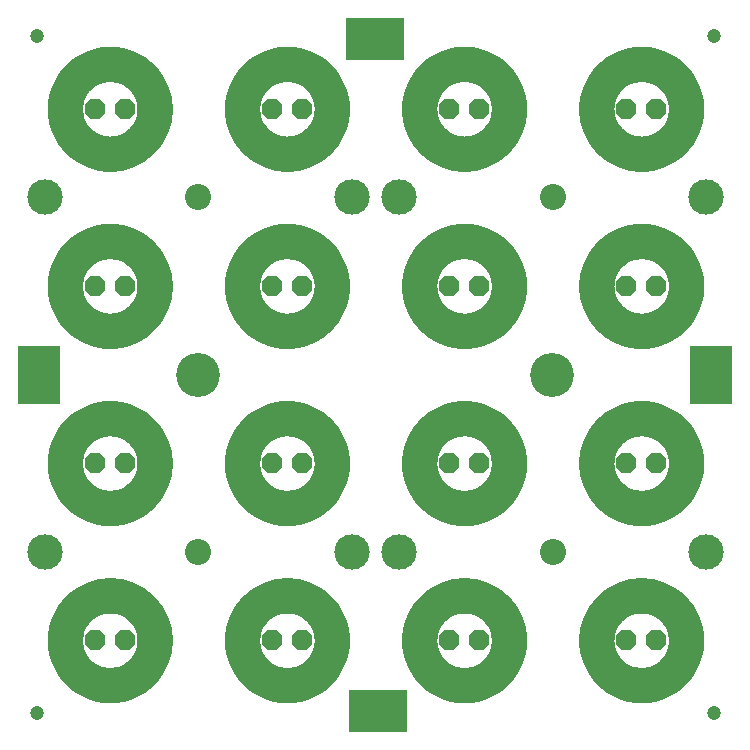
<source format=gbr>
G04 EAGLE Gerber RS-274X export*
G75*
%MOMM*%
%FSLAX34Y34*%
%LPD*%
%INSoldermask Top*%
%IPPOS*%
%AMOC8*
5,1,8,0,0,1.08239X$1,22.5*%
G01*
%ADD10C,3.000000*%
%ADD11R,0.603200X0.603200*%
%ADD12R,0.603200X2.203200*%
%ADD13C,3.003200*%
%ADD14C,1.203200*%
%ADD15C,2.203200*%
%ADD16P,1.869504X8X22.500000*%
%ADD17C,3.719200*%
%ADD18R,3.603200X4.903200*%
%ADD19R,4.903200X3.603200*%


D10*
X187280Y225280D02*
X187291Y226213D01*
X187326Y227145D01*
X187383Y228075D01*
X187463Y229005D01*
X187566Y229932D01*
X187691Y230856D01*
X187839Y231777D01*
X188010Y232693D01*
X188203Y233606D01*
X188419Y234513D01*
X188657Y235415D01*
X188916Y236311D01*
X189198Y237200D01*
X189501Y238082D01*
X189826Y238956D01*
X190173Y239822D01*
X190540Y240679D01*
X190928Y241527D01*
X191337Y242365D01*
X191767Y243193D01*
X192217Y244010D01*
X192686Y244816D01*
X193176Y245610D01*
X193684Y246392D01*
X194212Y247161D01*
X194758Y247917D01*
X195323Y248659D01*
X195906Y249387D01*
X196506Y250101D01*
X197124Y250799D01*
X197759Y251483D01*
X198410Y252150D01*
X199077Y252801D01*
X199761Y253436D01*
X200459Y254054D01*
X201173Y254654D01*
X201901Y255237D01*
X202643Y255802D01*
X203399Y256348D01*
X204168Y256876D01*
X204950Y257384D01*
X205744Y257874D01*
X206550Y258343D01*
X207367Y258793D01*
X208195Y259223D01*
X209033Y259632D01*
X209881Y260020D01*
X210738Y260387D01*
X211604Y260734D01*
X212478Y261059D01*
X213360Y261362D01*
X214249Y261644D01*
X215145Y261903D01*
X216047Y262141D01*
X216954Y262357D01*
X217867Y262550D01*
X218783Y262721D01*
X219704Y262869D01*
X220628Y262994D01*
X221555Y263097D01*
X222485Y263177D01*
X223415Y263234D01*
X224347Y263269D01*
X225280Y263280D01*
X226213Y263269D01*
X227145Y263234D01*
X228075Y263177D01*
X229005Y263097D01*
X229932Y262994D01*
X230856Y262869D01*
X231777Y262721D01*
X232693Y262550D01*
X233606Y262357D01*
X234513Y262141D01*
X235415Y261903D01*
X236311Y261644D01*
X237200Y261362D01*
X238082Y261059D01*
X238956Y260734D01*
X239822Y260387D01*
X240679Y260020D01*
X241527Y259632D01*
X242365Y259223D01*
X243193Y258793D01*
X244010Y258343D01*
X244816Y257874D01*
X245610Y257384D01*
X246392Y256876D01*
X247161Y256348D01*
X247917Y255802D01*
X248659Y255237D01*
X249387Y254654D01*
X250101Y254054D01*
X250799Y253436D01*
X251483Y252801D01*
X252150Y252150D01*
X252801Y251483D01*
X253436Y250799D01*
X254054Y250101D01*
X254654Y249387D01*
X255237Y248659D01*
X255802Y247917D01*
X256348Y247161D01*
X256876Y246392D01*
X257384Y245610D01*
X257874Y244816D01*
X258343Y244010D01*
X258793Y243193D01*
X259223Y242365D01*
X259632Y241527D01*
X260020Y240679D01*
X260387Y239822D01*
X260734Y238956D01*
X261059Y238082D01*
X261362Y237200D01*
X261644Y236311D01*
X261903Y235415D01*
X262141Y234513D01*
X262357Y233606D01*
X262550Y232693D01*
X262721Y231777D01*
X262869Y230856D01*
X262994Y229932D01*
X263097Y229005D01*
X263177Y228075D01*
X263234Y227145D01*
X263269Y226213D01*
X263280Y225280D01*
X263269Y224347D01*
X263234Y223415D01*
X263177Y222485D01*
X263097Y221555D01*
X262994Y220628D01*
X262869Y219704D01*
X262721Y218783D01*
X262550Y217867D01*
X262357Y216954D01*
X262141Y216047D01*
X261903Y215145D01*
X261644Y214249D01*
X261362Y213360D01*
X261059Y212478D01*
X260734Y211604D01*
X260387Y210738D01*
X260020Y209881D01*
X259632Y209033D01*
X259223Y208195D01*
X258793Y207367D01*
X258343Y206550D01*
X257874Y205744D01*
X257384Y204950D01*
X256876Y204168D01*
X256348Y203399D01*
X255802Y202643D01*
X255237Y201901D01*
X254654Y201173D01*
X254054Y200459D01*
X253436Y199761D01*
X252801Y199077D01*
X252150Y198410D01*
X251483Y197759D01*
X250799Y197124D01*
X250101Y196506D01*
X249387Y195906D01*
X248659Y195323D01*
X247917Y194758D01*
X247161Y194212D01*
X246392Y193684D01*
X245610Y193176D01*
X244816Y192686D01*
X244010Y192217D01*
X243193Y191767D01*
X242365Y191337D01*
X241527Y190928D01*
X240679Y190540D01*
X239822Y190173D01*
X238956Y189826D01*
X238082Y189501D01*
X237200Y189198D01*
X236311Y188916D01*
X235415Y188657D01*
X234513Y188419D01*
X233606Y188203D01*
X232693Y188010D01*
X231777Y187839D01*
X230856Y187691D01*
X229932Y187566D01*
X229005Y187463D01*
X228075Y187383D01*
X227145Y187326D01*
X226213Y187291D01*
X225280Y187280D01*
X224347Y187291D01*
X223415Y187326D01*
X222485Y187383D01*
X221555Y187463D01*
X220628Y187566D01*
X219704Y187691D01*
X218783Y187839D01*
X217867Y188010D01*
X216954Y188203D01*
X216047Y188419D01*
X215145Y188657D01*
X214249Y188916D01*
X213360Y189198D01*
X212478Y189501D01*
X211604Y189826D01*
X210738Y190173D01*
X209881Y190540D01*
X209033Y190928D01*
X208195Y191337D01*
X207367Y191767D01*
X206550Y192217D01*
X205744Y192686D01*
X204950Y193176D01*
X204168Y193684D01*
X203399Y194212D01*
X202643Y194758D01*
X201901Y195323D01*
X201173Y195906D01*
X200459Y196506D01*
X199761Y197124D01*
X199077Y197759D01*
X198410Y198410D01*
X197759Y199077D01*
X197124Y199761D01*
X196506Y200459D01*
X195906Y201173D01*
X195323Y201901D01*
X194758Y202643D01*
X194212Y203399D01*
X193684Y204168D01*
X193176Y204950D01*
X192686Y205744D01*
X192217Y206550D01*
X191767Y207367D01*
X191337Y208195D01*
X190928Y209033D01*
X190540Y209881D01*
X190173Y210738D01*
X189826Y211604D01*
X189501Y212478D01*
X189198Y213360D01*
X188916Y214249D01*
X188657Y215145D01*
X188419Y216047D01*
X188203Y216954D01*
X188010Y217867D01*
X187839Y218783D01*
X187691Y219704D01*
X187566Y220628D01*
X187463Y221555D01*
X187383Y222485D01*
X187326Y223415D01*
X187291Y224347D01*
X187280Y225280D01*
D11*
X175280Y225280D03*
D12*
X273580Y225380D03*
D10*
X37280Y225280D02*
X37291Y226213D01*
X37326Y227145D01*
X37383Y228075D01*
X37463Y229005D01*
X37566Y229932D01*
X37691Y230856D01*
X37839Y231777D01*
X38010Y232693D01*
X38203Y233606D01*
X38419Y234513D01*
X38657Y235415D01*
X38916Y236311D01*
X39198Y237200D01*
X39501Y238082D01*
X39826Y238956D01*
X40173Y239822D01*
X40540Y240679D01*
X40928Y241527D01*
X41337Y242365D01*
X41767Y243193D01*
X42217Y244010D01*
X42686Y244816D01*
X43176Y245610D01*
X43684Y246392D01*
X44212Y247161D01*
X44758Y247917D01*
X45323Y248659D01*
X45906Y249387D01*
X46506Y250101D01*
X47124Y250799D01*
X47759Y251483D01*
X48410Y252150D01*
X49077Y252801D01*
X49761Y253436D01*
X50459Y254054D01*
X51173Y254654D01*
X51901Y255237D01*
X52643Y255802D01*
X53399Y256348D01*
X54168Y256876D01*
X54950Y257384D01*
X55744Y257874D01*
X56550Y258343D01*
X57367Y258793D01*
X58195Y259223D01*
X59033Y259632D01*
X59881Y260020D01*
X60738Y260387D01*
X61604Y260734D01*
X62478Y261059D01*
X63360Y261362D01*
X64249Y261644D01*
X65145Y261903D01*
X66047Y262141D01*
X66954Y262357D01*
X67867Y262550D01*
X68783Y262721D01*
X69704Y262869D01*
X70628Y262994D01*
X71555Y263097D01*
X72485Y263177D01*
X73415Y263234D01*
X74347Y263269D01*
X75280Y263280D01*
X76213Y263269D01*
X77145Y263234D01*
X78075Y263177D01*
X79005Y263097D01*
X79932Y262994D01*
X80856Y262869D01*
X81777Y262721D01*
X82693Y262550D01*
X83606Y262357D01*
X84513Y262141D01*
X85415Y261903D01*
X86311Y261644D01*
X87200Y261362D01*
X88082Y261059D01*
X88956Y260734D01*
X89822Y260387D01*
X90679Y260020D01*
X91527Y259632D01*
X92365Y259223D01*
X93193Y258793D01*
X94010Y258343D01*
X94816Y257874D01*
X95610Y257384D01*
X96392Y256876D01*
X97161Y256348D01*
X97917Y255802D01*
X98659Y255237D01*
X99387Y254654D01*
X100101Y254054D01*
X100799Y253436D01*
X101483Y252801D01*
X102150Y252150D01*
X102801Y251483D01*
X103436Y250799D01*
X104054Y250101D01*
X104654Y249387D01*
X105237Y248659D01*
X105802Y247917D01*
X106348Y247161D01*
X106876Y246392D01*
X107384Y245610D01*
X107874Y244816D01*
X108343Y244010D01*
X108793Y243193D01*
X109223Y242365D01*
X109632Y241527D01*
X110020Y240679D01*
X110387Y239822D01*
X110734Y238956D01*
X111059Y238082D01*
X111362Y237200D01*
X111644Y236311D01*
X111903Y235415D01*
X112141Y234513D01*
X112357Y233606D01*
X112550Y232693D01*
X112721Y231777D01*
X112869Y230856D01*
X112994Y229932D01*
X113097Y229005D01*
X113177Y228075D01*
X113234Y227145D01*
X113269Y226213D01*
X113280Y225280D01*
X113269Y224347D01*
X113234Y223415D01*
X113177Y222485D01*
X113097Y221555D01*
X112994Y220628D01*
X112869Y219704D01*
X112721Y218783D01*
X112550Y217867D01*
X112357Y216954D01*
X112141Y216047D01*
X111903Y215145D01*
X111644Y214249D01*
X111362Y213360D01*
X111059Y212478D01*
X110734Y211604D01*
X110387Y210738D01*
X110020Y209881D01*
X109632Y209033D01*
X109223Y208195D01*
X108793Y207367D01*
X108343Y206550D01*
X107874Y205744D01*
X107384Y204950D01*
X106876Y204168D01*
X106348Y203399D01*
X105802Y202643D01*
X105237Y201901D01*
X104654Y201173D01*
X104054Y200459D01*
X103436Y199761D01*
X102801Y199077D01*
X102150Y198410D01*
X101483Y197759D01*
X100799Y197124D01*
X100101Y196506D01*
X99387Y195906D01*
X98659Y195323D01*
X97917Y194758D01*
X97161Y194212D01*
X96392Y193684D01*
X95610Y193176D01*
X94816Y192686D01*
X94010Y192217D01*
X93193Y191767D01*
X92365Y191337D01*
X91527Y190928D01*
X90679Y190540D01*
X89822Y190173D01*
X88956Y189826D01*
X88082Y189501D01*
X87200Y189198D01*
X86311Y188916D01*
X85415Y188657D01*
X84513Y188419D01*
X83606Y188203D01*
X82693Y188010D01*
X81777Y187839D01*
X80856Y187691D01*
X79932Y187566D01*
X79005Y187463D01*
X78075Y187383D01*
X77145Y187326D01*
X76213Y187291D01*
X75280Y187280D01*
X74347Y187291D01*
X73415Y187326D01*
X72485Y187383D01*
X71555Y187463D01*
X70628Y187566D01*
X69704Y187691D01*
X68783Y187839D01*
X67867Y188010D01*
X66954Y188203D01*
X66047Y188419D01*
X65145Y188657D01*
X64249Y188916D01*
X63360Y189198D01*
X62478Y189501D01*
X61604Y189826D01*
X60738Y190173D01*
X59881Y190540D01*
X59033Y190928D01*
X58195Y191337D01*
X57367Y191767D01*
X56550Y192217D01*
X55744Y192686D01*
X54950Y193176D01*
X54168Y193684D01*
X53399Y194212D01*
X52643Y194758D01*
X51901Y195323D01*
X51173Y195906D01*
X50459Y196506D01*
X49761Y197124D01*
X49077Y197759D01*
X48410Y198410D01*
X47759Y199077D01*
X47124Y199761D01*
X46506Y200459D01*
X45906Y201173D01*
X45323Y201901D01*
X44758Y202643D01*
X44212Y203399D01*
X43684Y204168D01*
X43176Y204950D01*
X42686Y205744D01*
X42217Y206550D01*
X41767Y207367D01*
X41337Y208195D01*
X40928Y209033D01*
X40540Y209881D01*
X40173Y210738D01*
X39826Y211604D01*
X39501Y212478D01*
X39198Y213360D01*
X38916Y214249D01*
X38657Y215145D01*
X38419Y216047D01*
X38203Y216954D01*
X38010Y217867D01*
X37839Y218783D01*
X37691Y219704D01*
X37566Y220628D01*
X37463Y221555D01*
X37383Y222485D01*
X37326Y223415D01*
X37291Y224347D01*
X37280Y225280D01*
D11*
X25280Y225280D03*
D12*
X123580Y225380D03*
D10*
X-112720Y225280D02*
X-112709Y226213D01*
X-112674Y227145D01*
X-112617Y228075D01*
X-112537Y229005D01*
X-112434Y229932D01*
X-112309Y230856D01*
X-112161Y231777D01*
X-111990Y232693D01*
X-111797Y233606D01*
X-111581Y234513D01*
X-111343Y235415D01*
X-111084Y236311D01*
X-110802Y237200D01*
X-110499Y238082D01*
X-110174Y238956D01*
X-109827Y239822D01*
X-109460Y240679D01*
X-109072Y241527D01*
X-108663Y242365D01*
X-108233Y243193D01*
X-107783Y244010D01*
X-107314Y244816D01*
X-106824Y245610D01*
X-106316Y246392D01*
X-105788Y247161D01*
X-105242Y247917D01*
X-104677Y248659D01*
X-104094Y249387D01*
X-103494Y250101D01*
X-102876Y250799D01*
X-102241Y251483D01*
X-101590Y252150D01*
X-100923Y252801D01*
X-100239Y253436D01*
X-99541Y254054D01*
X-98827Y254654D01*
X-98099Y255237D01*
X-97357Y255802D01*
X-96601Y256348D01*
X-95832Y256876D01*
X-95050Y257384D01*
X-94256Y257874D01*
X-93450Y258343D01*
X-92633Y258793D01*
X-91805Y259223D01*
X-90967Y259632D01*
X-90119Y260020D01*
X-89262Y260387D01*
X-88396Y260734D01*
X-87522Y261059D01*
X-86640Y261362D01*
X-85751Y261644D01*
X-84855Y261903D01*
X-83953Y262141D01*
X-83046Y262357D01*
X-82133Y262550D01*
X-81217Y262721D01*
X-80296Y262869D01*
X-79372Y262994D01*
X-78445Y263097D01*
X-77515Y263177D01*
X-76585Y263234D01*
X-75653Y263269D01*
X-74720Y263280D01*
X-73787Y263269D01*
X-72855Y263234D01*
X-71925Y263177D01*
X-70995Y263097D01*
X-70068Y262994D01*
X-69144Y262869D01*
X-68223Y262721D01*
X-67307Y262550D01*
X-66394Y262357D01*
X-65487Y262141D01*
X-64585Y261903D01*
X-63689Y261644D01*
X-62800Y261362D01*
X-61918Y261059D01*
X-61044Y260734D01*
X-60178Y260387D01*
X-59321Y260020D01*
X-58473Y259632D01*
X-57635Y259223D01*
X-56807Y258793D01*
X-55990Y258343D01*
X-55184Y257874D01*
X-54390Y257384D01*
X-53608Y256876D01*
X-52839Y256348D01*
X-52083Y255802D01*
X-51341Y255237D01*
X-50613Y254654D01*
X-49899Y254054D01*
X-49201Y253436D01*
X-48517Y252801D01*
X-47850Y252150D01*
X-47199Y251483D01*
X-46564Y250799D01*
X-45946Y250101D01*
X-45346Y249387D01*
X-44763Y248659D01*
X-44198Y247917D01*
X-43652Y247161D01*
X-43124Y246392D01*
X-42616Y245610D01*
X-42126Y244816D01*
X-41657Y244010D01*
X-41207Y243193D01*
X-40777Y242365D01*
X-40368Y241527D01*
X-39980Y240679D01*
X-39613Y239822D01*
X-39266Y238956D01*
X-38941Y238082D01*
X-38638Y237200D01*
X-38356Y236311D01*
X-38097Y235415D01*
X-37859Y234513D01*
X-37643Y233606D01*
X-37450Y232693D01*
X-37279Y231777D01*
X-37131Y230856D01*
X-37006Y229932D01*
X-36903Y229005D01*
X-36823Y228075D01*
X-36766Y227145D01*
X-36731Y226213D01*
X-36720Y225280D01*
X-36731Y224347D01*
X-36766Y223415D01*
X-36823Y222485D01*
X-36903Y221555D01*
X-37006Y220628D01*
X-37131Y219704D01*
X-37279Y218783D01*
X-37450Y217867D01*
X-37643Y216954D01*
X-37859Y216047D01*
X-38097Y215145D01*
X-38356Y214249D01*
X-38638Y213360D01*
X-38941Y212478D01*
X-39266Y211604D01*
X-39613Y210738D01*
X-39980Y209881D01*
X-40368Y209033D01*
X-40777Y208195D01*
X-41207Y207367D01*
X-41657Y206550D01*
X-42126Y205744D01*
X-42616Y204950D01*
X-43124Y204168D01*
X-43652Y203399D01*
X-44198Y202643D01*
X-44763Y201901D01*
X-45346Y201173D01*
X-45946Y200459D01*
X-46564Y199761D01*
X-47199Y199077D01*
X-47850Y198410D01*
X-48517Y197759D01*
X-49201Y197124D01*
X-49899Y196506D01*
X-50613Y195906D01*
X-51341Y195323D01*
X-52083Y194758D01*
X-52839Y194212D01*
X-53608Y193684D01*
X-54390Y193176D01*
X-55184Y192686D01*
X-55990Y192217D01*
X-56807Y191767D01*
X-57635Y191337D01*
X-58473Y190928D01*
X-59321Y190540D01*
X-60178Y190173D01*
X-61044Y189826D01*
X-61918Y189501D01*
X-62800Y189198D01*
X-63689Y188916D01*
X-64585Y188657D01*
X-65487Y188419D01*
X-66394Y188203D01*
X-67307Y188010D01*
X-68223Y187839D01*
X-69144Y187691D01*
X-70068Y187566D01*
X-70995Y187463D01*
X-71925Y187383D01*
X-72855Y187326D01*
X-73787Y187291D01*
X-74720Y187280D01*
X-75653Y187291D01*
X-76585Y187326D01*
X-77515Y187383D01*
X-78445Y187463D01*
X-79372Y187566D01*
X-80296Y187691D01*
X-81217Y187839D01*
X-82133Y188010D01*
X-83046Y188203D01*
X-83953Y188419D01*
X-84855Y188657D01*
X-85751Y188916D01*
X-86640Y189198D01*
X-87522Y189501D01*
X-88396Y189826D01*
X-89262Y190173D01*
X-90119Y190540D01*
X-90967Y190928D01*
X-91805Y191337D01*
X-92633Y191767D01*
X-93450Y192217D01*
X-94256Y192686D01*
X-95050Y193176D01*
X-95832Y193684D01*
X-96601Y194212D01*
X-97357Y194758D01*
X-98099Y195323D01*
X-98827Y195906D01*
X-99541Y196506D01*
X-100239Y197124D01*
X-100923Y197759D01*
X-101590Y198410D01*
X-102241Y199077D01*
X-102876Y199761D01*
X-103494Y200459D01*
X-104094Y201173D01*
X-104677Y201901D01*
X-105242Y202643D01*
X-105788Y203399D01*
X-106316Y204168D01*
X-106824Y204950D01*
X-107314Y205744D01*
X-107783Y206550D01*
X-108233Y207367D01*
X-108663Y208195D01*
X-109072Y209033D01*
X-109460Y209881D01*
X-109827Y210738D01*
X-110174Y211604D01*
X-110499Y212478D01*
X-110802Y213360D01*
X-111084Y214249D01*
X-111343Y215145D01*
X-111581Y216047D01*
X-111797Y216954D01*
X-111990Y217867D01*
X-112161Y218783D01*
X-112309Y219704D01*
X-112434Y220628D01*
X-112537Y221555D01*
X-112617Y222485D01*
X-112674Y223415D01*
X-112709Y224347D01*
X-112720Y225280D01*
D11*
X-124720Y225280D03*
D12*
X-26420Y225380D03*
D10*
X-262720Y225280D02*
X-262709Y226213D01*
X-262674Y227145D01*
X-262617Y228075D01*
X-262537Y229005D01*
X-262434Y229932D01*
X-262309Y230856D01*
X-262161Y231777D01*
X-261990Y232693D01*
X-261797Y233606D01*
X-261581Y234513D01*
X-261343Y235415D01*
X-261084Y236311D01*
X-260802Y237200D01*
X-260499Y238082D01*
X-260174Y238956D01*
X-259827Y239822D01*
X-259460Y240679D01*
X-259072Y241527D01*
X-258663Y242365D01*
X-258233Y243193D01*
X-257783Y244010D01*
X-257314Y244816D01*
X-256824Y245610D01*
X-256316Y246392D01*
X-255788Y247161D01*
X-255242Y247917D01*
X-254677Y248659D01*
X-254094Y249387D01*
X-253494Y250101D01*
X-252876Y250799D01*
X-252241Y251483D01*
X-251590Y252150D01*
X-250923Y252801D01*
X-250239Y253436D01*
X-249541Y254054D01*
X-248827Y254654D01*
X-248099Y255237D01*
X-247357Y255802D01*
X-246601Y256348D01*
X-245832Y256876D01*
X-245050Y257384D01*
X-244256Y257874D01*
X-243450Y258343D01*
X-242633Y258793D01*
X-241805Y259223D01*
X-240967Y259632D01*
X-240119Y260020D01*
X-239262Y260387D01*
X-238396Y260734D01*
X-237522Y261059D01*
X-236640Y261362D01*
X-235751Y261644D01*
X-234855Y261903D01*
X-233953Y262141D01*
X-233046Y262357D01*
X-232133Y262550D01*
X-231217Y262721D01*
X-230296Y262869D01*
X-229372Y262994D01*
X-228445Y263097D01*
X-227515Y263177D01*
X-226585Y263234D01*
X-225653Y263269D01*
X-224720Y263280D01*
X-223787Y263269D01*
X-222855Y263234D01*
X-221925Y263177D01*
X-220995Y263097D01*
X-220068Y262994D01*
X-219144Y262869D01*
X-218223Y262721D01*
X-217307Y262550D01*
X-216394Y262357D01*
X-215487Y262141D01*
X-214585Y261903D01*
X-213689Y261644D01*
X-212800Y261362D01*
X-211918Y261059D01*
X-211044Y260734D01*
X-210178Y260387D01*
X-209321Y260020D01*
X-208473Y259632D01*
X-207635Y259223D01*
X-206807Y258793D01*
X-205990Y258343D01*
X-205184Y257874D01*
X-204390Y257384D01*
X-203608Y256876D01*
X-202839Y256348D01*
X-202083Y255802D01*
X-201341Y255237D01*
X-200613Y254654D01*
X-199899Y254054D01*
X-199201Y253436D01*
X-198517Y252801D01*
X-197850Y252150D01*
X-197199Y251483D01*
X-196564Y250799D01*
X-195946Y250101D01*
X-195346Y249387D01*
X-194763Y248659D01*
X-194198Y247917D01*
X-193652Y247161D01*
X-193124Y246392D01*
X-192616Y245610D01*
X-192126Y244816D01*
X-191657Y244010D01*
X-191207Y243193D01*
X-190777Y242365D01*
X-190368Y241527D01*
X-189980Y240679D01*
X-189613Y239822D01*
X-189266Y238956D01*
X-188941Y238082D01*
X-188638Y237200D01*
X-188356Y236311D01*
X-188097Y235415D01*
X-187859Y234513D01*
X-187643Y233606D01*
X-187450Y232693D01*
X-187279Y231777D01*
X-187131Y230856D01*
X-187006Y229932D01*
X-186903Y229005D01*
X-186823Y228075D01*
X-186766Y227145D01*
X-186731Y226213D01*
X-186720Y225280D01*
X-186731Y224347D01*
X-186766Y223415D01*
X-186823Y222485D01*
X-186903Y221555D01*
X-187006Y220628D01*
X-187131Y219704D01*
X-187279Y218783D01*
X-187450Y217867D01*
X-187643Y216954D01*
X-187859Y216047D01*
X-188097Y215145D01*
X-188356Y214249D01*
X-188638Y213360D01*
X-188941Y212478D01*
X-189266Y211604D01*
X-189613Y210738D01*
X-189980Y209881D01*
X-190368Y209033D01*
X-190777Y208195D01*
X-191207Y207367D01*
X-191657Y206550D01*
X-192126Y205744D01*
X-192616Y204950D01*
X-193124Y204168D01*
X-193652Y203399D01*
X-194198Y202643D01*
X-194763Y201901D01*
X-195346Y201173D01*
X-195946Y200459D01*
X-196564Y199761D01*
X-197199Y199077D01*
X-197850Y198410D01*
X-198517Y197759D01*
X-199201Y197124D01*
X-199899Y196506D01*
X-200613Y195906D01*
X-201341Y195323D01*
X-202083Y194758D01*
X-202839Y194212D01*
X-203608Y193684D01*
X-204390Y193176D01*
X-205184Y192686D01*
X-205990Y192217D01*
X-206807Y191767D01*
X-207635Y191337D01*
X-208473Y190928D01*
X-209321Y190540D01*
X-210178Y190173D01*
X-211044Y189826D01*
X-211918Y189501D01*
X-212800Y189198D01*
X-213689Y188916D01*
X-214585Y188657D01*
X-215487Y188419D01*
X-216394Y188203D01*
X-217307Y188010D01*
X-218223Y187839D01*
X-219144Y187691D01*
X-220068Y187566D01*
X-220995Y187463D01*
X-221925Y187383D01*
X-222855Y187326D01*
X-223787Y187291D01*
X-224720Y187280D01*
X-225653Y187291D01*
X-226585Y187326D01*
X-227515Y187383D01*
X-228445Y187463D01*
X-229372Y187566D01*
X-230296Y187691D01*
X-231217Y187839D01*
X-232133Y188010D01*
X-233046Y188203D01*
X-233953Y188419D01*
X-234855Y188657D01*
X-235751Y188916D01*
X-236640Y189198D01*
X-237522Y189501D01*
X-238396Y189826D01*
X-239262Y190173D01*
X-240119Y190540D01*
X-240967Y190928D01*
X-241805Y191337D01*
X-242633Y191767D01*
X-243450Y192217D01*
X-244256Y192686D01*
X-245050Y193176D01*
X-245832Y193684D01*
X-246601Y194212D01*
X-247357Y194758D01*
X-248099Y195323D01*
X-248827Y195906D01*
X-249541Y196506D01*
X-250239Y197124D01*
X-250923Y197759D01*
X-251590Y198410D01*
X-252241Y199077D01*
X-252876Y199761D01*
X-253494Y200459D01*
X-254094Y201173D01*
X-254677Y201901D01*
X-255242Y202643D01*
X-255788Y203399D01*
X-256316Y204168D01*
X-256824Y204950D01*
X-257314Y205744D01*
X-257783Y206550D01*
X-258233Y207367D01*
X-258663Y208195D01*
X-259072Y209033D01*
X-259460Y209881D01*
X-259827Y210738D01*
X-260174Y211604D01*
X-260499Y212478D01*
X-260802Y213360D01*
X-261084Y214249D01*
X-261343Y215145D01*
X-261581Y216047D01*
X-261797Y216954D01*
X-261990Y217867D01*
X-262161Y218783D01*
X-262309Y219704D01*
X-262434Y220628D01*
X-262537Y221555D01*
X-262617Y222485D01*
X-262674Y223415D01*
X-262709Y224347D01*
X-262720Y225280D01*
D11*
X-274720Y225280D03*
D12*
X-176420Y225380D03*
D10*
X187280Y75280D02*
X187291Y76213D01*
X187326Y77145D01*
X187383Y78075D01*
X187463Y79005D01*
X187566Y79932D01*
X187691Y80856D01*
X187839Y81777D01*
X188010Y82693D01*
X188203Y83606D01*
X188419Y84513D01*
X188657Y85415D01*
X188916Y86311D01*
X189198Y87200D01*
X189501Y88082D01*
X189826Y88956D01*
X190173Y89822D01*
X190540Y90679D01*
X190928Y91527D01*
X191337Y92365D01*
X191767Y93193D01*
X192217Y94010D01*
X192686Y94816D01*
X193176Y95610D01*
X193684Y96392D01*
X194212Y97161D01*
X194758Y97917D01*
X195323Y98659D01*
X195906Y99387D01*
X196506Y100101D01*
X197124Y100799D01*
X197759Y101483D01*
X198410Y102150D01*
X199077Y102801D01*
X199761Y103436D01*
X200459Y104054D01*
X201173Y104654D01*
X201901Y105237D01*
X202643Y105802D01*
X203399Y106348D01*
X204168Y106876D01*
X204950Y107384D01*
X205744Y107874D01*
X206550Y108343D01*
X207367Y108793D01*
X208195Y109223D01*
X209033Y109632D01*
X209881Y110020D01*
X210738Y110387D01*
X211604Y110734D01*
X212478Y111059D01*
X213360Y111362D01*
X214249Y111644D01*
X215145Y111903D01*
X216047Y112141D01*
X216954Y112357D01*
X217867Y112550D01*
X218783Y112721D01*
X219704Y112869D01*
X220628Y112994D01*
X221555Y113097D01*
X222485Y113177D01*
X223415Y113234D01*
X224347Y113269D01*
X225280Y113280D01*
X226213Y113269D01*
X227145Y113234D01*
X228075Y113177D01*
X229005Y113097D01*
X229932Y112994D01*
X230856Y112869D01*
X231777Y112721D01*
X232693Y112550D01*
X233606Y112357D01*
X234513Y112141D01*
X235415Y111903D01*
X236311Y111644D01*
X237200Y111362D01*
X238082Y111059D01*
X238956Y110734D01*
X239822Y110387D01*
X240679Y110020D01*
X241527Y109632D01*
X242365Y109223D01*
X243193Y108793D01*
X244010Y108343D01*
X244816Y107874D01*
X245610Y107384D01*
X246392Y106876D01*
X247161Y106348D01*
X247917Y105802D01*
X248659Y105237D01*
X249387Y104654D01*
X250101Y104054D01*
X250799Y103436D01*
X251483Y102801D01*
X252150Y102150D01*
X252801Y101483D01*
X253436Y100799D01*
X254054Y100101D01*
X254654Y99387D01*
X255237Y98659D01*
X255802Y97917D01*
X256348Y97161D01*
X256876Y96392D01*
X257384Y95610D01*
X257874Y94816D01*
X258343Y94010D01*
X258793Y93193D01*
X259223Y92365D01*
X259632Y91527D01*
X260020Y90679D01*
X260387Y89822D01*
X260734Y88956D01*
X261059Y88082D01*
X261362Y87200D01*
X261644Y86311D01*
X261903Y85415D01*
X262141Y84513D01*
X262357Y83606D01*
X262550Y82693D01*
X262721Y81777D01*
X262869Y80856D01*
X262994Y79932D01*
X263097Y79005D01*
X263177Y78075D01*
X263234Y77145D01*
X263269Y76213D01*
X263280Y75280D01*
X263269Y74347D01*
X263234Y73415D01*
X263177Y72485D01*
X263097Y71555D01*
X262994Y70628D01*
X262869Y69704D01*
X262721Y68783D01*
X262550Y67867D01*
X262357Y66954D01*
X262141Y66047D01*
X261903Y65145D01*
X261644Y64249D01*
X261362Y63360D01*
X261059Y62478D01*
X260734Y61604D01*
X260387Y60738D01*
X260020Y59881D01*
X259632Y59033D01*
X259223Y58195D01*
X258793Y57367D01*
X258343Y56550D01*
X257874Y55744D01*
X257384Y54950D01*
X256876Y54168D01*
X256348Y53399D01*
X255802Y52643D01*
X255237Y51901D01*
X254654Y51173D01*
X254054Y50459D01*
X253436Y49761D01*
X252801Y49077D01*
X252150Y48410D01*
X251483Y47759D01*
X250799Y47124D01*
X250101Y46506D01*
X249387Y45906D01*
X248659Y45323D01*
X247917Y44758D01*
X247161Y44212D01*
X246392Y43684D01*
X245610Y43176D01*
X244816Y42686D01*
X244010Y42217D01*
X243193Y41767D01*
X242365Y41337D01*
X241527Y40928D01*
X240679Y40540D01*
X239822Y40173D01*
X238956Y39826D01*
X238082Y39501D01*
X237200Y39198D01*
X236311Y38916D01*
X235415Y38657D01*
X234513Y38419D01*
X233606Y38203D01*
X232693Y38010D01*
X231777Y37839D01*
X230856Y37691D01*
X229932Y37566D01*
X229005Y37463D01*
X228075Y37383D01*
X227145Y37326D01*
X226213Y37291D01*
X225280Y37280D01*
X224347Y37291D01*
X223415Y37326D01*
X222485Y37383D01*
X221555Y37463D01*
X220628Y37566D01*
X219704Y37691D01*
X218783Y37839D01*
X217867Y38010D01*
X216954Y38203D01*
X216047Y38419D01*
X215145Y38657D01*
X214249Y38916D01*
X213360Y39198D01*
X212478Y39501D01*
X211604Y39826D01*
X210738Y40173D01*
X209881Y40540D01*
X209033Y40928D01*
X208195Y41337D01*
X207367Y41767D01*
X206550Y42217D01*
X205744Y42686D01*
X204950Y43176D01*
X204168Y43684D01*
X203399Y44212D01*
X202643Y44758D01*
X201901Y45323D01*
X201173Y45906D01*
X200459Y46506D01*
X199761Y47124D01*
X199077Y47759D01*
X198410Y48410D01*
X197759Y49077D01*
X197124Y49761D01*
X196506Y50459D01*
X195906Y51173D01*
X195323Y51901D01*
X194758Y52643D01*
X194212Y53399D01*
X193684Y54168D01*
X193176Y54950D01*
X192686Y55744D01*
X192217Y56550D01*
X191767Y57367D01*
X191337Y58195D01*
X190928Y59033D01*
X190540Y59881D01*
X190173Y60738D01*
X189826Y61604D01*
X189501Y62478D01*
X189198Y63360D01*
X188916Y64249D01*
X188657Y65145D01*
X188419Y66047D01*
X188203Y66954D01*
X188010Y67867D01*
X187839Y68783D01*
X187691Y69704D01*
X187566Y70628D01*
X187463Y71555D01*
X187383Y72485D01*
X187326Y73415D01*
X187291Y74347D01*
X187280Y75280D01*
D11*
X175280Y75280D03*
D12*
X273580Y75380D03*
D10*
X37280Y75280D02*
X37291Y76213D01*
X37326Y77145D01*
X37383Y78075D01*
X37463Y79005D01*
X37566Y79932D01*
X37691Y80856D01*
X37839Y81777D01*
X38010Y82693D01*
X38203Y83606D01*
X38419Y84513D01*
X38657Y85415D01*
X38916Y86311D01*
X39198Y87200D01*
X39501Y88082D01*
X39826Y88956D01*
X40173Y89822D01*
X40540Y90679D01*
X40928Y91527D01*
X41337Y92365D01*
X41767Y93193D01*
X42217Y94010D01*
X42686Y94816D01*
X43176Y95610D01*
X43684Y96392D01*
X44212Y97161D01*
X44758Y97917D01*
X45323Y98659D01*
X45906Y99387D01*
X46506Y100101D01*
X47124Y100799D01*
X47759Y101483D01*
X48410Y102150D01*
X49077Y102801D01*
X49761Y103436D01*
X50459Y104054D01*
X51173Y104654D01*
X51901Y105237D01*
X52643Y105802D01*
X53399Y106348D01*
X54168Y106876D01*
X54950Y107384D01*
X55744Y107874D01*
X56550Y108343D01*
X57367Y108793D01*
X58195Y109223D01*
X59033Y109632D01*
X59881Y110020D01*
X60738Y110387D01*
X61604Y110734D01*
X62478Y111059D01*
X63360Y111362D01*
X64249Y111644D01*
X65145Y111903D01*
X66047Y112141D01*
X66954Y112357D01*
X67867Y112550D01*
X68783Y112721D01*
X69704Y112869D01*
X70628Y112994D01*
X71555Y113097D01*
X72485Y113177D01*
X73415Y113234D01*
X74347Y113269D01*
X75280Y113280D01*
X76213Y113269D01*
X77145Y113234D01*
X78075Y113177D01*
X79005Y113097D01*
X79932Y112994D01*
X80856Y112869D01*
X81777Y112721D01*
X82693Y112550D01*
X83606Y112357D01*
X84513Y112141D01*
X85415Y111903D01*
X86311Y111644D01*
X87200Y111362D01*
X88082Y111059D01*
X88956Y110734D01*
X89822Y110387D01*
X90679Y110020D01*
X91527Y109632D01*
X92365Y109223D01*
X93193Y108793D01*
X94010Y108343D01*
X94816Y107874D01*
X95610Y107384D01*
X96392Y106876D01*
X97161Y106348D01*
X97917Y105802D01*
X98659Y105237D01*
X99387Y104654D01*
X100101Y104054D01*
X100799Y103436D01*
X101483Y102801D01*
X102150Y102150D01*
X102801Y101483D01*
X103436Y100799D01*
X104054Y100101D01*
X104654Y99387D01*
X105237Y98659D01*
X105802Y97917D01*
X106348Y97161D01*
X106876Y96392D01*
X107384Y95610D01*
X107874Y94816D01*
X108343Y94010D01*
X108793Y93193D01*
X109223Y92365D01*
X109632Y91527D01*
X110020Y90679D01*
X110387Y89822D01*
X110734Y88956D01*
X111059Y88082D01*
X111362Y87200D01*
X111644Y86311D01*
X111903Y85415D01*
X112141Y84513D01*
X112357Y83606D01*
X112550Y82693D01*
X112721Y81777D01*
X112869Y80856D01*
X112994Y79932D01*
X113097Y79005D01*
X113177Y78075D01*
X113234Y77145D01*
X113269Y76213D01*
X113280Y75280D01*
X113269Y74347D01*
X113234Y73415D01*
X113177Y72485D01*
X113097Y71555D01*
X112994Y70628D01*
X112869Y69704D01*
X112721Y68783D01*
X112550Y67867D01*
X112357Y66954D01*
X112141Y66047D01*
X111903Y65145D01*
X111644Y64249D01*
X111362Y63360D01*
X111059Y62478D01*
X110734Y61604D01*
X110387Y60738D01*
X110020Y59881D01*
X109632Y59033D01*
X109223Y58195D01*
X108793Y57367D01*
X108343Y56550D01*
X107874Y55744D01*
X107384Y54950D01*
X106876Y54168D01*
X106348Y53399D01*
X105802Y52643D01*
X105237Y51901D01*
X104654Y51173D01*
X104054Y50459D01*
X103436Y49761D01*
X102801Y49077D01*
X102150Y48410D01*
X101483Y47759D01*
X100799Y47124D01*
X100101Y46506D01*
X99387Y45906D01*
X98659Y45323D01*
X97917Y44758D01*
X97161Y44212D01*
X96392Y43684D01*
X95610Y43176D01*
X94816Y42686D01*
X94010Y42217D01*
X93193Y41767D01*
X92365Y41337D01*
X91527Y40928D01*
X90679Y40540D01*
X89822Y40173D01*
X88956Y39826D01*
X88082Y39501D01*
X87200Y39198D01*
X86311Y38916D01*
X85415Y38657D01*
X84513Y38419D01*
X83606Y38203D01*
X82693Y38010D01*
X81777Y37839D01*
X80856Y37691D01*
X79932Y37566D01*
X79005Y37463D01*
X78075Y37383D01*
X77145Y37326D01*
X76213Y37291D01*
X75280Y37280D01*
X74347Y37291D01*
X73415Y37326D01*
X72485Y37383D01*
X71555Y37463D01*
X70628Y37566D01*
X69704Y37691D01*
X68783Y37839D01*
X67867Y38010D01*
X66954Y38203D01*
X66047Y38419D01*
X65145Y38657D01*
X64249Y38916D01*
X63360Y39198D01*
X62478Y39501D01*
X61604Y39826D01*
X60738Y40173D01*
X59881Y40540D01*
X59033Y40928D01*
X58195Y41337D01*
X57367Y41767D01*
X56550Y42217D01*
X55744Y42686D01*
X54950Y43176D01*
X54168Y43684D01*
X53399Y44212D01*
X52643Y44758D01*
X51901Y45323D01*
X51173Y45906D01*
X50459Y46506D01*
X49761Y47124D01*
X49077Y47759D01*
X48410Y48410D01*
X47759Y49077D01*
X47124Y49761D01*
X46506Y50459D01*
X45906Y51173D01*
X45323Y51901D01*
X44758Y52643D01*
X44212Y53399D01*
X43684Y54168D01*
X43176Y54950D01*
X42686Y55744D01*
X42217Y56550D01*
X41767Y57367D01*
X41337Y58195D01*
X40928Y59033D01*
X40540Y59881D01*
X40173Y60738D01*
X39826Y61604D01*
X39501Y62478D01*
X39198Y63360D01*
X38916Y64249D01*
X38657Y65145D01*
X38419Y66047D01*
X38203Y66954D01*
X38010Y67867D01*
X37839Y68783D01*
X37691Y69704D01*
X37566Y70628D01*
X37463Y71555D01*
X37383Y72485D01*
X37326Y73415D01*
X37291Y74347D01*
X37280Y75280D01*
D11*
X25280Y75280D03*
D12*
X123580Y75380D03*
D10*
X-112720Y75280D02*
X-112709Y76213D01*
X-112674Y77145D01*
X-112617Y78075D01*
X-112537Y79005D01*
X-112434Y79932D01*
X-112309Y80856D01*
X-112161Y81777D01*
X-111990Y82693D01*
X-111797Y83606D01*
X-111581Y84513D01*
X-111343Y85415D01*
X-111084Y86311D01*
X-110802Y87200D01*
X-110499Y88082D01*
X-110174Y88956D01*
X-109827Y89822D01*
X-109460Y90679D01*
X-109072Y91527D01*
X-108663Y92365D01*
X-108233Y93193D01*
X-107783Y94010D01*
X-107314Y94816D01*
X-106824Y95610D01*
X-106316Y96392D01*
X-105788Y97161D01*
X-105242Y97917D01*
X-104677Y98659D01*
X-104094Y99387D01*
X-103494Y100101D01*
X-102876Y100799D01*
X-102241Y101483D01*
X-101590Y102150D01*
X-100923Y102801D01*
X-100239Y103436D01*
X-99541Y104054D01*
X-98827Y104654D01*
X-98099Y105237D01*
X-97357Y105802D01*
X-96601Y106348D01*
X-95832Y106876D01*
X-95050Y107384D01*
X-94256Y107874D01*
X-93450Y108343D01*
X-92633Y108793D01*
X-91805Y109223D01*
X-90967Y109632D01*
X-90119Y110020D01*
X-89262Y110387D01*
X-88396Y110734D01*
X-87522Y111059D01*
X-86640Y111362D01*
X-85751Y111644D01*
X-84855Y111903D01*
X-83953Y112141D01*
X-83046Y112357D01*
X-82133Y112550D01*
X-81217Y112721D01*
X-80296Y112869D01*
X-79372Y112994D01*
X-78445Y113097D01*
X-77515Y113177D01*
X-76585Y113234D01*
X-75653Y113269D01*
X-74720Y113280D01*
X-73787Y113269D01*
X-72855Y113234D01*
X-71925Y113177D01*
X-70995Y113097D01*
X-70068Y112994D01*
X-69144Y112869D01*
X-68223Y112721D01*
X-67307Y112550D01*
X-66394Y112357D01*
X-65487Y112141D01*
X-64585Y111903D01*
X-63689Y111644D01*
X-62800Y111362D01*
X-61918Y111059D01*
X-61044Y110734D01*
X-60178Y110387D01*
X-59321Y110020D01*
X-58473Y109632D01*
X-57635Y109223D01*
X-56807Y108793D01*
X-55990Y108343D01*
X-55184Y107874D01*
X-54390Y107384D01*
X-53608Y106876D01*
X-52839Y106348D01*
X-52083Y105802D01*
X-51341Y105237D01*
X-50613Y104654D01*
X-49899Y104054D01*
X-49201Y103436D01*
X-48517Y102801D01*
X-47850Y102150D01*
X-47199Y101483D01*
X-46564Y100799D01*
X-45946Y100101D01*
X-45346Y99387D01*
X-44763Y98659D01*
X-44198Y97917D01*
X-43652Y97161D01*
X-43124Y96392D01*
X-42616Y95610D01*
X-42126Y94816D01*
X-41657Y94010D01*
X-41207Y93193D01*
X-40777Y92365D01*
X-40368Y91527D01*
X-39980Y90679D01*
X-39613Y89822D01*
X-39266Y88956D01*
X-38941Y88082D01*
X-38638Y87200D01*
X-38356Y86311D01*
X-38097Y85415D01*
X-37859Y84513D01*
X-37643Y83606D01*
X-37450Y82693D01*
X-37279Y81777D01*
X-37131Y80856D01*
X-37006Y79932D01*
X-36903Y79005D01*
X-36823Y78075D01*
X-36766Y77145D01*
X-36731Y76213D01*
X-36720Y75280D01*
X-36731Y74347D01*
X-36766Y73415D01*
X-36823Y72485D01*
X-36903Y71555D01*
X-37006Y70628D01*
X-37131Y69704D01*
X-37279Y68783D01*
X-37450Y67867D01*
X-37643Y66954D01*
X-37859Y66047D01*
X-38097Y65145D01*
X-38356Y64249D01*
X-38638Y63360D01*
X-38941Y62478D01*
X-39266Y61604D01*
X-39613Y60738D01*
X-39980Y59881D01*
X-40368Y59033D01*
X-40777Y58195D01*
X-41207Y57367D01*
X-41657Y56550D01*
X-42126Y55744D01*
X-42616Y54950D01*
X-43124Y54168D01*
X-43652Y53399D01*
X-44198Y52643D01*
X-44763Y51901D01*
X-45346Y51173D01*
X-45946Y50459D01*
X-46564Y49761D01*
X-47199Y49077D01*
X-47850Y48410D01*
X-48517Y47759D01*
X-49201Y47124D01*
X-49899Y46506D01*
X-50613Y45906D01*
X-51341Y45323D01*
X-52083Y44758D01*
X-52839Y44212D01*
X-53608Y43684D01*
X-54390Y43176D01*
X-55184Y42686D01*
X-55990Y42217D01*
X-56807Y41767D01*
X-57635Y41337D01*
X-58473Y40928D01*
X-59321Y40540D01*
X-60178Y40173D01*
X-61044Y39826D01*
X-61918Y39501D01*
X-62800Y39198D01*
X-63689Y38916D01*
X-64585Y38657D01*
X-65487Y38419D01*
X-66394Y38203D01*
X-67307Y38010D01*
X-68223Y37839D01*
X-69144Y37691D01*
X-70068Y37566D01*
X-70995Y37463D01*
X-71925Y37383D01*
X-72855Y37326D01*
X-73787Y37291D01*
X-74720Y37280D01*
X-75653Y37291D01*
X-76585Y37326D01*
X-77515Y37383D01*
X-78445Y37463D01*
X-79372Y37566D01*
X-80296Y37691D01*
X-81217Y37839D01*
X-82133Y38010D01*
X-83046Y38203D01*
X-83953Y38419D01*
X-84855Y38657D01*
X-85751Y38916D01*
X-86640Y39198D01*
X-87522Y39501D01*
X-88396Y39826D01*
X-89262Y40173D01*
X-90119Y40540D01*
X-90967Y40928D01*
X-91805Y41337D01*
X-92633Y41767D01*
X-93450Y42217D01*
X-94256Y42686D01*
X-95050Y43176D01*
X-95832Y43684D01*
X-96601Y44212D01*
X-97357Y44758D01*
X-98099Y45323D01*
X-98827Y45906D01*
X-99541Y46506D01*
X-100239Y47124D01*
X-100923Y47759D01*
X-101590Y48410D01*
X-102241Y49077D01*
X-102876Y49761D01*
X-103494Y50459D01*
X-104094Y51173D01*
X-104677Y51901D01*
X-105242Y52643D01*
X-105788Y53399D01*
X-106316Y54168D01*
X-106824Y54950D01*
X-107314Y55744D01*
X-107783Y56550D01*
X-108233Y57367D01*
X-108663Y58195D01*
X-109072Y59033D01*
X-109460Y59881D01*
X-109827Y60738D01*
X-110174Y61604D01*
X-110499Y62478D01*
X-110802Y63360D01*
X-111084Y64249D01*
X-111343Y65145D01*
X-111581Y66047D01*
X-111797Y66954D01*
X-111990Y67867D01*
X-112161Y68783D01*
X-112309Y69704D01*
X-112434Y70628D01*
X-112537Y71555D01*
X-112617Y72485D01*
X-112674Y73415D01*
X-112709Y74347D01*
X-112720Y75280D01*
D11*
X-124720Y75280D03*
D12*
X-26420Y75380D03*
D10*
X-262720Y75280D02*
X-262709Y76213D01*
X-262674Y77145D01*
X-262617Y78075D01*
X-262537Y79005D01*
X-262434Y79932D01*
X-262309Y80856D01*
X-262161Y81777D01*
X-261990Y82693D01*
X-261797Y83606D01*
X-261581Y84513D01*
X-261343Y85415D01*
X-261084Y86311D01*
X-260802Y87200D01*
X-260499Y88082D01*
X-260174Y88956D01*
X-259827Y89822D01*
X-259460Y90679D01*
X-259072Y91527D01*
X-258663Y92365D01*
X-258233Y93193D01*
X-257783Y94010D01*
X-257314Y94816D01*
X-256824Y95610D01*
X-256316Y96392D01*
X-255788Y97161D01*
X-255242Y97917D01*
X-254677Y98659D01*
X-254094Y99387D01*
X-253494Y100101D01*
X-252876Y100799D01*
X-252241Y101483D01*
X-251590Y102150D01*
X-250923Y102801D01*
X-250239Y103436D01*
X-249541Y104054D01*
X-248827Y104654D01*
X-248099Y105237D01*
X-247357Y105802D01*
X-246601Y106348D01*
X-245832Y106876D01*
X-245050Y107384D01*
X-244256Y107874D01*
X-243450Y108343D01*
X-242633Y108793D01*
X-241805Y109223D01*
X-240967Y109632D01*
X-240119Y110020D01*
X-239262Y110387D01*
X-238396Y110734D01*
X-237522Y111059D01*
X-236640Y111362D01*
X-235751Y111644D01*
X-234855Y111903D01*
X-233953Y112141D01*
X-233046Y112357D01*
X-232133Y112550D01*
X-231217Y112721D01*
X-230296Y112869D01*
X-229372Y112994D01*
X-228445Y113097D01*
X-227515Y113177D01*
X-226585Y113234D01*
X-225653Y113269D01*
X-224720Y113280D01*
X-223787Y113269D01*
X-222855Y113234D01*
X-221925Y113177D01*
X-220995Y113097D01*
X-220068Y112994D01*
X-219144Y112869D01*
X-218223Y112721D01*
X-217307Y112550D01*
X-216394Y112357D01*
X-215487Y112141D01*
X-214585Y111903D01*
X-213689Y111644D01*
X-212800Y111362D01*
X-211918Y111059D01*
X-211044Y110734D01*
X-210178Y110387D01*
X-209321Y110020D01*
X-208473Y109632D01*
X-207635Y109223D01*
X-206807Y108793D01*
X-205990Y108343D01*
X-205184Y107874D01*
X-204390Y107384D01*
X-203608Y106876D01*
X-202839Y106348D01*
X-202083Y105802D01*
X-201341Y105237D01*
X-200613Y104654D01*
X-199899Y104054D01*
X-199201Y103436D01*
X-198517Y102801D01*
X-197850Y102150D01*
X-197199Y101483D01*
X-196564Y100799D01*
X-195946Y100101D01*
X-195346Y99387D01*
X-194763Y98659D01*
X-194198Y97917D01*
X-193652Y97161D01*
X-193124Y96392D01*
X-192616Y95610D01*
X-192126Y94816D01*
X-191657Y94010D01*
X-191207Y93193D01*
X-190777Y92365D01*
X-190368Y91527D01*
X-189980Y90679D01*
X-189613Y89822D01*
X-189266Y88956D01*
X-188941Y88082D01*
X-188638Y87200D01*
X-188356Y86311D01*
X-188097Y85415D01*
X-187859Y84513D01*
X-187643Y83606D01*
X-187450Y82693D01*
X-187279Y81777D01*
X-187131Y80856D01*
X-187006Y79932D01*
X-186903Y79005D01*
X-186823Y78075D01*
X-186766Y77145D01*
X-186731Y76213D01*
X-186720Y75280D01*
X-186731Y74347D01*
X-186766Y73415D01*
X-186823Y72485D01*
X-186903Y71555D01*
X-187006Y70628D01*
X-187131Y69704D01*
X-187279Y68783D01*
X-187450Y67867D01*
X-187643Y66954D01*
X-187859Y66047D01*
X-188097Y65145D01*
X-188356Y64249D01*
X-188638Y63360D01*
X-188941Y62478D01*
X-189266Y61604D01*
X-189613Y60738D01*
X-189980Y59881D01*
X-190368Y59033D01*
X-190777Y58195D01*
X-191207Y57367D01*
X-191657Y56550D01*
X-192126Y55744D01*
X-192616Y54950D01*
X-193124Y54168D01*
X-193652Y53399D01*
X-194198Y52643D01*
X-194763Y51901D01*
X-195346Y51173D01*
X-195946Y50459D01*
X-196564Y49761D01*
X-197199Y49077D01*
X-197850Y48410D01*
X-198517Y47759D01*
X-199201Y47124D01*
X-199899Y46506D01*
X-200613Y45906D01*
X-201341Y45323D01*
X-202083Y44758D01*
X-202839Y44212D01*
X-203608Y43684D01*
X-204390Y43176D01*
X-205184Y42686D01*
X-205990Y42217D01*
X-206807Y41767D01*
X-207635Y41337D01*
X-208473Y40928D01*
X-209321Y40540D01*
X-210178Y40173D01*
X-211044Y39826D01*
X-211918Y39501D01*
X-212800Y39198D01*
X-213689Y38916D01*
X-214585Y38657D01*
X-215487Y38419D01*
X-216394Y38203D01*
X-217307Y38010D01*
X-218223Y37839D01*
X-219144Y37691D01*
X-220068Y37566D01*
X-220995Y37463D01*
X-221925Y37383D01*
X-222855Y37326D01*
X-223787Y37291D01*
X-224720Y37280D01*
X-225653Y37291D01*
X-226585Y37326D01*
X-227515Y37383D01*
X-228445Y37463D01*
X-229372Y37566D01*
X-230296Y37691D01*
X-231217Y37839D01*
X-232133Y38010D01*
X-233046Y38203D01*
X-233953Y38419D01*
X-234855Y38657D01*
X-235751Y38916D01*
X-236640Y39198D01*
X-237522Y39501D01*
X-238396Y39826D01*
X-239262Y40173D01*
X-240119Y40540D01*
X-240967Y40928D01*
X-241805Y41337D01*
X-242633Y41767D01*
X-243450Y42217D01*
X-244256Y42686D01*
X-245050Y43176D01*
X-245832Y43684D01*
X-246601Y44212D01*
X-247357Y44758D01*
X-248099Y45323D01*
X-248827Y45906D01*
X-249541Y46506D01*
X-250239Y47124D01*
X-250923Y47759D01*
X-251590Y48410D01*
X-252241Y49077D01*
X-252876Y49761D01*
X-253494Y50459D01*
X-254094Y51173D01*
X-254677Y51901D01*
X-255242Y52643D01*
X-255788Y53399D01*
X-256316Y54168D01*
X-256824Y54950D01*
X-257314Y55744D01*
X-257783Y56550D01*
X-258233Y57367D01*
X-258663Y58195D01*
X-259072Y59033D01*
X-259460Y59881D01*
X-259827Y60738D01*
X-260174Y61604D01*
X-260499Y62478D01*
X-260802Y63360D01*
X-261084Y64249D01*
X-261343Y65145D01*
X-261581Y66047D01*
X-261797Y66954D01*
X-261990Y67867D01*
X-262161Y68783D01*
X-262309Y69704D01*
X-262434Y70628D01*
X-262537Y71555D01*
X-262617Y72485D01*
X-262674Y73415D01*
X-262709Y74347D01*
X-262720Y75280D01*
D11*
X-274720Y75280D03*
D12*
X-176420Y75380D03*
D10*
X187280Y-74720D02*
X187291Y-73787D01*
X187326Y-72855D01*
X187383Y-71925D01*
X187463Y-70995D01*
X187566Y-70068D01*
X187691Y-69144D01*
X187839Y-68223D01*
X188010Y-67307D01*
X188203Y-66394D01*
X188419Y-65487D01*
X188657Y-64585D01*
X188916Y-63689D01*
X189198Y-62800D01*
X189501Y-61918D01*
X189826Y-61044D01*
X190173Y-60178D01*
X190540Y-59321D01*
X190928Y-58473D01*
X191337Y-57635D01*
X191767Y-56807D01*
X192217Y-55990D01*
X192686Y-55184D01*
X193176Y-54390D01*
X193684Y-53608D01*
X194212Y-52839D01*
X194758Y-52083D01*
X195323Y-51341D01*
X195906Y-50613D01*
X196506Y-49899D01*
X197124Y-49201D01*
X197759Y-48517D01*
X198410Y-47850D01*
X199077Y-47199D01*
X199761Y-46564D01*
X200459Y-45946D01*
X201173Y-45346D01*
X201901Y-44763D01*
X202643Y-44198D01*
X203399Y-43652D01*
X204168Y-43124D01*
X204950Y-42616D01*
X205744Y-42126D01*
X206550Y-41657D01*
X207367Y-41207D01*
X208195Y-40777D01*
X209033Y-40368D01*
X209881Y-39980D01*
X210738Y-39613D01*
X211604Y-39266D01*
X212478Y-38941D01*
X213360Y-38638D01*
X214249Y-38356D01*
X215145Y-38097D01*
X216047Y-37859D01*
X216954Y-37643D01*
X217867Y-37450D01*
X218783Y-37279D01*
X219704Y-37131D01*
X220628Y-37006D01*
X221555Y-36903D01*
X222485Y-36823D01*
X223415Y-36766D01*
X224347Y-36731D01*
X225280Y-36720D01*
X226213Y-36731D01*
X227145Y-36766D01*
X228075Y-36823D01*
X229005Y-36903D01*
X229932Y-37006D01*
X230856Y-37131D01*
X231777Y-37279D01*
X232693Y-37450D01*
X233606Y-37643D01*
X234513Y-37859D01*
X235415Y-38097D01*
X236311Y-38356D01*
X237200Y-38638D01*
X238082Y-38941D01*
X238956Y-39266D01*
X239822Y-39613D01*
X240679Y-39980D01*
X241527Y-40368D01*
X242365Y-40777D01*
X243193Y-41207D01*
X244010Y-41657D01*
X244816Y-42126D01*
X245610Y-42616D01*
X246392Y-43124D01*
X247161Y-43652D01*
X247917Y-44198D01*
X248659Y-44763D01*
X249387Y-45346D01*
X250101Y-45946D01*
X250799Y-46564D01*
X251483Y-47199D01*
X252150Y-47850D01*
X252801Y-48517D01*
X253436Y-49201D01*
X254054Y-49899D01*
X254654Y-50613D01*
X255237Y-51341D01*
X255802Y-52083D01*
X256348Y-52839D01*
X256876Y-53608D01*
X257384Y-54390D01*
X257874Y-55184D01*
X258343Y-55990D01*
X258793Y-56807D01*
X259223Y-57635D01*
X259632Y-58473D01*
X260020Y-59321D01*
X260387Y-60178D01*
X260734Y-61044D01*
X261059Y-61918D01*
X261362Y-62800D01*
X261644Y-63689D01*
X261903Y-64585D01*
X262141Y-65487D01*
X262357Y-66394D01*
X262550Y-67307D01*
X262721Y-68223D01*
X262869Y-69144D01*
X262994Y-70068D01*
X263097Y-70995D01*
X263177Y-71925D01*
X263234Y-72855D01*
X263269Y-73787D01*
X263280Y-74720D01*
X263269Y-75653D01*
X263234Y-76585D01*
X263177Y-77515D01*
X263097Y-78445D01*
X262994Y-79372D01*
X262869Y-80296D01*
X262721Y-81217D01*
X262550Y-82133D01*
X262357Y-83046D01*
X262141Y-83953D01*
X261903Y-84855D01*
X261644Y-85751D01*
X261362Y-86640D01*
X261059Y-87522D01*
X260734Y-88396D01*
X260387Y-89262D01*
X260020Y-90119D01*
X259632Y-90967D01*
X259223Y-91805D01*
X258793Y-92633D01*
X258343Y-93450D01*
X257874Y-94256D01*
X257384Y-95050D01*
X256876Y-95832D01*
X256348Y-96601D01*
X255802Y-97357D01*
X255237Y-98099D01*
X254654Y-98827D01*
X254054Y-99541D01*
X253436Y-100239D01*
X252801Y-100923D01*
X252150Y-101590D01*
X251483Y-102241D01*
X250799Y-102876D01*
X250101Y-103494D01*
X249387Y-104094D01*
X248659Y-104677D01*
X247917Y-105242D01*
X247161Y-105788D01*
X246392Y-106316D01*
X245610Y-106824D01*
X244816Y-107314D01*
X244010Y-107783D01*
X243193Y-108233D01*
X242365Y-108663D01*
X241527Y-109072D01*
X240679Y-109460D01*
X239822Y-109827D01*
X238956Y-110174D01*
X238082Y-110499D01*
X237200Y-110802D01*
X236311Y-111084D01*
X235415Y-111343D01*
X234513Y-111581D01*
X233606Y-111797D01*
X232693Y-111990D01*
X231777Y-112161D01*
X230856Y-112309D01*
X229932Y-112434D01*
X229005Y-112537D01*
X228075Y-112617D01*
X227145Y-112674D01*
X226213Y-112709D01*
X225280Y-112720D01*
X224347Y-112709D01*
X223415Y-112674D01*
X222485Y-112617D01*
X221555Y-112537D01*
X220628Y-112434D01*
X219704Y-112309D01*
X218783Y-112161D01*
X217867Y-111990D01*
X216954Y-111797D01*
X216047Y-111581D01*
X215145Y-111343D01*
X214249Y-111084D01*
X213360Y-110802D01*
X212478Y-110499D01*
X211604Y-110174D01*
X210738Y-109827D01*
X209881Y-109460D01*
X209033Y-109072D01*
X208195Y-108663D01*
X207367Y-108233D01*
X206550Y-107783D01*
X205744Y-107314D01*
X204950Y-106824D01*
X204168Y-106316D01*
X203399Y-105788D01*
X202643Y-105242D01*
X201901Y-104677D01*
X201173Y-104094D01*
X200459Y-103494D01*
X199761Y-102876D01*
X199077Y-102241D01*
X198410Y-101590D01*
X197759Y-100923D01*
X197124Y-100239D01*
X196506Y-99541D01*
X195906Y-98827D01*
X195323Y-98099D01*
X194758Y-97357D01*
X194212Y-96601D01*
X193684Y-95832D01*
X193176Y-95050D01*
X192686Y-94256D01*
X192217Y-93450D01*
X191767Y-92633D01*
X191337Y-91805D01*
X190928Y-90967D01*
X190540Y-90119D01*
X190173Y-89262D01*
X189826Y-88396D01*
X189501Y-87522D01*
X189198Y-86640D01*
X188916Y-85751D01*
X188657Y-84855D01*
X188419Y-83953D01*
X188203Y-83046D01*
X188010Y-82133D01*
X187839Y-81217D01*
X187691Y-80296D01*
X187566Y-79372D01*
X187463Y-78445D01*
X187383Y-77515D01*
X187326Y-76585D01*
X187291Y-75653D01*
X187280Y-74720D01*
D11*
X175280Y-74720D03*
D12*
X273580Y-74620D03*
D10*
X37280Y-74720D02*
X37291Y-73787D01*
X37326Y-72855D01*
X37383Y-71925D01*
X37463Y-70995D01*
X37566Y-70068D01*
X37691Y-69144D01*
X37839Y-68223D01*
X38010Y-67307D01*
X38203Y-66394D01*
X38419Y-65487D01*
X38657Y-64585D01*
X38916Y-63689D01*
X39198Y-62800D01*
X39501Y-61918D01*
X39826Y-61044D01*
X40173Y-60178D01*
X40540Y-59321D01*
X40928Y-58473D01*
X41337Y-57635D01*
X41767Y-56807D01*
X42217Y-55990D01*
X42686Y-55184D01*
X43176Y-54390D01*
X43684Y-53608D01*
X44212Y-52839D01*
X44758Y-52083D01*
X45323Y-51341D01*
X45906Y-50613D01*
X46506Y-49899D01*
X47124Y-49201D01*
X47759Y-48517D01*
X48410Y-47850D01*
X49077Y-47199D01*
X49761Y-46564D01*
X50459Y-45946D01*
X51173Y-45346D01*
X51901Y-44763D01*
X52643Y-44198D01*
X53399Y-43652D01*
X54168Y-43124D01*
X54950Y-42616D01*
X55744Y-42126D01*
X56550Y-41657D01*
X57367Y-41207D01*
X58195Y-40777D01*
X59033Y-40368D01*
X59881Y-39980D01*
X60738Y-39613D01*
X61604Y-39266D01*
X62478Y-38941D01*
X63360Y-38638D01*
X64249Y-38356D01*
X65145Y-38097D01*
X66047Y-37859D01*
X66954Y-37643D01*
X67867Y-37450D01*
X68783Y-37279D01*
X69704Y-37131D01*
X70628Y-37006D01*
X71555Y-36903D01*
X72485Y-36823D01*
X73415Y-36766D01*
X74347Y-36731D01*
X75280Y-36720D01*
X76213Y-36731D01*
X77145Y-36766D01*
X78075Y-36823D01*
X79005Y-36903D01*
X79932Y-37006D01*
X80856Y-37131D01*
X81777Y-37279D01*
X82693Y-37450D01*
X83606Y-37643D01*
X84513Y-37859D01*
X85415Y-38097D01*
X86311Y-38356D01*
X87200Y-38638D01*
X88082Y-38941D01*
X88956Y-39266D01*
X89822Y-39613D01*
X90679Y-39980D01*
X91527Y-40368D01*
X92365Y-40777D01*
X93193Y-41207D01*
X94010Y-41657D01*
X94816Y-42126D01*
X95610Y-42616D01*
X96392Y-43124D01*
X97161Y-43652D01*
X97917Y-44198D01*
X98659Y-44763D01*
X99387Y-45346D01*
X100101Y-45946D01*
X100799Y-46564D01*
X101483Y-47199D01*
X102150Y-47850D01*
X102801Y-48517D01*
X103436Y-49201D01*
X104054Y-49899D01*
X104654Y-50613D01*
X105237Y-51341D01*
X105802Y-52083D01*
X106348Y-52839D01*
X106876Y-53608D01*
X107384Y-54390D01*
X107874Y-55184D01*
X108343Y-55990D01*
X108793Y-56807D01*
X109223Y-57635D01*
X109632Y-58473D01*
X110020Y-59321D01*
X110387Y-60178D01*
X110734Y-61044D01*
X111059Y-61918D01*
X111362Y-62800D01*
X111644Y-63689D01*
X111903Y-64585D01*
X112141Y-65487D01*
X112357Y-66394D01*
X112550Y-67307D01*
X112721Y-68223D01*
X112869Y-69144D01*
X112994Y-70068D01*
X113097Y-70995D01*
X113177Y-71925D01*
X113234Y-72855D01*
X113269Y-73787D01*
X113280Y-74720D01*
X113269Y-75653D01*
X113234Y-76585D01*
X113177Y-77515D01*
X113097Y-78445D01*
X112994Y-79372D01*
X112869Y-80296D01*
X112721Y-81217D01*
X112550Y-82133D01*
X112357Y-83046D01*
X112141Y-83953D01*
X111903Y-84855D01*
X111644Y-85751D01*
X111362Y-86640D01*
X111059Y-87522D01*
X110734Y-88396D01*
X110387Y-89262D01*
X110020Y-90119D01*
X109632Y-90967D01*
X109223Y-91805D01*
X108793Y-92633D01*
X108343Y-93450D01*
X107874Y-94256D01*
X107384Y-95050D01*
X106876Y-95832D01*
X106348Y-96601D01*
X105802Y-97357D01*
X105237Y-98099D01*
X104654Y-98827D01*
X104054Y-99541D01*
X103436Y-100239D01*
X102801Y-100923D01*
X102150Y-101590D01*
X101483Y-102241D01*
X100799Y-102876D01*
X100101Y-103494D01*
X99387Y-104094D01*
X98659Y-104677D01*
X97917Y-105242D01*
X97161Y-105788D01*
X96392Y-106316D01*
X95610Y-106824D01*
X94816Y-107314D01*
X94010Y-107783D01*
X93193Y-108233D01*
X92365Y-108663D01*
X91527Y-109072D01*
X90679Y-109460D01*
X89822Y-109827D01*
X88956Y-110174D01*
X88082Y-110499D01*
X87200Y-110802D01*
X86311Y-111084D01*
X85415Y-111343D01*
X84513Y-111581D01*
X83606Y-111797D01*
X82693Y-111990D01*
X81777Y-112161D01*
X80856Y-112309D01*
X79932Y-112434D01*
X79005Y-112537D01*
X78075Y-112617D01*
X77145Y-112674D01*
X76213Y-112709D01*
X75280Y-112720D01*
X74347Y-112709D01*
X73415Y-112674D01*
X72485Y-112617D01*
X71555Y-112537D01*
X70628Y-112434D01*
X69704Y-112309D01*
X68783Y-112161D01*
X67867Y-111990D01*
X66954Y-111797D01*
X66047Y-111581D01*
X65145Y-111343D01*
X64249Y-111084D01*
X63360Y-110802D01*
X62478Y-110499D01*
X61604Y-110174D01*
X60738Y-109827D01*
X59881Y-109460D01*
X59033Y-109072D01*
X58195Y-108663D01*
X57367Y-108233D01*
X56550Y-107783D01*
X55744Y-107314D01*
X54950Y-106824D01*
X54168Y-106316D01*
X53399Y-105788D01*
X52643Y-105242D01*
X51901Y-104677D01*
X51173Y-104094D01*
X50459Y-103494D01*
X49761Y-102876D01*
X49077Y-102241D01*
X48410Y-101590D01*
X47759Y-100923D01*
X47124Y-100239D01*
X46506Y-99541D01*
X45906Y-98827D01*
X45323Y-98099D01*
X44758Y-97357D01*
X44212Y-96601D01*
X43684Y-95832D01*
X43176Y-95050D01*
X42686Y-94256D01*
X42217Y-93450D01*
X41767Y-92633D01*
X41337Y-91805D01*
X40928Y-90967D01*
X40540Y-90119D01*
X40173Y-89262D01*
X39826Y-88396D01*
X39501Y-87522D01*
X39198Y-86640D01*
X38916Y-85751D01*
X38657Y-84855D01*
X38419Y-83953D01*
X38203Y-83046D01*
X38010Y-82133D01*
X37839Y-81217D01*
X37691Y-80296D01*
X37566Y-79372D01*
X37463Y-78445D01*
X37383Y-77515D01*
X37326Y-76585D01*
X37291Y-75653D01*
X37280Y-74720D01*
D11*
X25280Y-74720D03*
D12*
X123580Y-74620D03*
D10*
X-112720Y-74720D02*
X-112709Y-73787D01*
X-112674Y-72855D01*
X-112617Y-71925D01*
X-112537Y-70995D01*
X-112434Y-70068D01*
X-112309Y-69144D01*
X-112161Y-68223D01*
X-111990Y-67307D01*
X-111797Y-66394D01*
X-111581Y-65487D01*
X-111343Y-64585D01*
X-111084Y-63689D01*
X-110802Y-62800D01*
X-110499Y-61918D01*
X-110174Y-61044D01*
X-109827Y-60178D01*
X-109460Y-59321D01*
X-109072Y-58473D01*
X-108663Y-57635D01*
X-108233Y-56807D01*
X-107783Y-55990D01*
X-107314Y-55184D01*
X-106824Y-54390D01*
X-106316Y-53608D01*
X-105788Y-52839D01*
X-105242Y-52083D01*
X-104677Y-51341D01*
X-104094Y-50613D01*
X-103494Y-49899D01*
X-102876Y-49201D01*
X-102241Y-48517D01*
X-101590Y-47850D01*
X-100923Y-47199D01*
X-100239Y-46564D01*
X-99541Y-45946D01*
X-98827Y-45346D01*
X-98099Y-44763D01*
X-97357Y-44198D01*
X-96601Y-43652D01*
X-95832Y-43124D01*
X-95050Y-42616D01*
X-94256Y-42126D01*
X-93450Y-41657D01*
X-92633Y-41207D01*
X-91805Y-40777D01*
X-90967Y-40368D01*
X-90119Y-39980D01*
X-89262Y-39613D01*
X-88396Y-39266D01*
X-87522Y-38941D01*
X-86640Y-38638D01*
X-85751Y-38356D01*
X-84855Y-38097D01*
X-83953Y-37859D01*
X-83046Y-37643D01*
X-82133Y-37450D01*
X-81217Y-37279D01*
X-80296Y-37131D01*
X-79372Y-37006D01*
X-78445Y-36903D01*
X-77515Y-36823D01*
X-76585Y-36766D01*
X-75653Y-36731D01*
X-74720Y-36720D01*
X-73787Y-36731D01*
X-72855Y-36766D01*
X-71925Y-36823D01*
X-70995Y-36903D01*
X-70068Y-37006D01*
X-69144Y-37131D01*
X-68223Y-37279D01*
X-67307Y-37450D01*
X-66394Y-37643D01*
X-65487Y-37859D01*
X-64585Y-38097D01*
X-63689Y-38356D01*
X-62800Y-38638D01*
X-61918Y-38941D01*
X-61044Y-39266D01*
X-60178Y-39613D01*
X-59321Y-39980D01*
X-58473Y-40368D01*
X-57635Y-40777D01*
X-56807Y-41207D01*
X-55990Y-41657D01*
X-55184Y-42126D01*
X-54390Y-42616D01*
X-53608Y-43124D01*
X-52839Y-43652D01*
X-52083Y-44198D01*
X-51341Y-44763D01*
X-50613Y-45346D01*
X-49899Y-45946D01*
X-49201Y-46564D01*
X-48517Y-47199D01*
X-47850Y-47850D01*
X-47199Y-48517D01*
X-46564Y-49201D01*
X-45946Y-49899D01*
X-45346Y-50613D01*
X-44763Y-51341D01*
X-44198Y-52083D01*
X-43652Y-52839D01*
X-43124Y-53608D01*
X-42616Y-54390D01*
X-42126Y-55184D01*
X-41657Y-55990D01*
X-41207Y-56807D01*
X-40777Y-57635D01*
X-40368Y-58473D01*
X-39980Y-59321D01*
X-39613Y-60178D01*
X-39266Y-61044D01*
X-38941Y-61918D01*
X-38638Y-62800D01*
X-38356Y-63689D01*
X-38097Y-64585D01*
X-37859Y-65487D01*
X-37643Y-66394D01*
X-37450Y-67307D01*
X-37279Y-68223D01*
X-37131Y-69144D01*
X-37006Y-70068D01*
X-36903Y-70995D01*
X-36823Y-71925D01*
X-36766Y-72855D01*
X-36731Y-73787D01*
X-36720Y-74720D01*
X-36731Y-75653D01*
X-36766Y-76585D01*
X-36823Y-77515D01*
X-36903Y-78445D01*
X-37006Y-79372D01*
X-37131Y-80296D01*
X-37279Y-81217D01*
X-37450Y-82133D01*
X-37643Y-83046D01*
X-37859Y-83953D01*
X-38097Y-84855D01*
X-38356Y-85751D01*
X-38638Y-86640D01*
X-38941Y-87522D01*
X-39266Y-88396D01*
X-39613Y-89262D01*
X-39980Y-90119D01*
X-40368Y-90967D01*
X-40777Y-91805D01*
X-41207Y-92633D01*
X-41657Y-93450D01*
X-42126Y-94256D01*
X-42616Y-95050D01*
X-43124Y-95832D01*
X-43652Y-96601D01*
X-44198Y-97357D01*
X-44763Y-98099D01*
X-45346Y-98827D01*
X-45946Y-99541D01*
X-46564Y-100239D01*
X-47199Y-100923D01*
X-47850Y-101590D01*
X-48517Y-102241D01*
X-49201Y-102876D01*
X-49899Y-103494D01*
X-50613Y-104094D01*
X-51341Y-104677D01*
X-52083Y-105242D01*
X-52839Y-105788D01*
X-53608Y-106316D01*
X-54390Y-106824D01*
X-55184Y-107314D01*
X-55990Y-107783D01*
X-56807Y-108233D01*
X-57635Y-108663D01*
X-58473Y-109072D01*
X-59321Y-109460D01*
X-60178Y-109827D01*
X-61044Y-110174D01*
X-61918Y-110499D01*
X-62800Y-110802D01*
X-63689Y-111084D01*
X-64585Y-111343D01*
X-65487Y-111581D01*
X-66394Y-111797D01*
X-67307Y-111990D01*
X-68223Y-112161D01*
X-69144Y-112309D01*
X-70068Y-112434D01*
X-70995Y-112537D01*
X-71925Y-112617D01*
X-72855Y-112674D01*
X-73787Y-112709D01*
X-74720Y-112720D01*
X-75653Y-112709D01*
X-76585Y-112674D01*
X-77515Y-112617D01*
X-78445Y-112537D01*
X-79372Y-112434D01*
X-80296Y-112309D01*
X-81217Y-112161D01*
X-82133Y-111990D01*
X-83046Y-111797D01*
X-83953Y-111581D01*
X-84855Y-111343D01*
X-85751Y-111084D01*
X-86640Y-110802D01*
X-87522Y-110499D01*
X-88396Y-110174D01*
X-89262Y-109827D01*
X-90119Y-109460D01*
X-90967Y-109072D01*
X-91805Y-108663D01*
X-92633Y-108233D01*
X-93450Y-107783D01*
X-94256Y-107314D01*
X-95050Y-106824D01*
X-95832Y-106316D01*
X-96601Y-105788D01*
X-97357Y-105242D01*
X-98099Y-104677D01*
X-98827Y-104094D01*
X-99541Y-103494D01*
X-100239Y-102876D01*
X-100923Y-102241D01*
X-101590Y-101590D01*
X-102241Y-100923D01*
X-102876Y-100239D01*
X-103494Y-99541D01*
X-104094Y-98827D01*
X-104677Y-98099D01*
X-105242Y-97357D01*
X-105788Y-96601D01*
X-106316Y-95832D01*
X-106824Y-95050D01*
X-107314Y-94256D01*
X-107783Y-93450D01*
X-108233Y-92633D01*
X-108663Y-91805D01*
X-109072Y-90967D01*
X-109460Y-90119D01*
X-109827Y-89262D01*
X-110174Y-88396D01*
X-110499Y-87522D01*
X-110802Y-86640D01*
X-111084Y-85751D01*
X-111343Y-84855D01*
X-111581Y-83953D01*
X-111797Y-83046D01*
X-111990Y-82133D01*
X-112161Y-81217D01*
X-112309Y-80296D01*
X-112434Y-79372D01*
X-112537Y-78445D01*
X-112617Y-77515D01*
X-112674Y-76585D01*
X-112709Y-75653D01*
X-112720Y-74720D01*
D11*
X-124720Y-74720D03*
D12*
X-26420Y-74620D03*
D10*
X-262720Y-74720D02*
X-262709Y-73787D01*
X-262674Y-72855D01*
X-262617Y-71925D01*
X-262537Y-70995D01*
X-262434Y-70068D01*
X-262309Y-69144D01*
X-262161Y-68223D01*
X-261990Y-67307D01*
X-261797Y-66394D01*
X-261581Y-65487D01*
X-261343Y-64585D01*
X-261084Y-63689D01*
X-260802Y-62800D01*
X-260499Y-61918D01*
X-260174Y-61044D01*
X-259827Y-60178D01*
X-259460Y-59321D01*
X-259072Y-58473D01*
X-258663Y-57635D01*
X-258233Y-56807D01*
X-257783Y-55990D01*
X-257314Y-55184D01*
X-256824Y-54390D01*
X-256316Y-53608D01*
X-255788Y-52839D01*
X-255242Y-52083D01*
X-254677Y-51341D01*
X-254094Y-50613D01*
X-253494Y-49899D01*
X-252876Y-49201D01*
X-252241Y-48517D01*
X-251590Y-47850D01*
X-250923Y-47199D01*
X-250239Y-46564D01*
X-249541Y-45946D01*
X-248827Y-45346D01*
X-248099Y-44763D01*
X-247357Y-44198D01*
X-246601Y-43652D01*
X-245832Y-43124D01*
X-245050Y-42616D01*
X-244256Y-42126D01*
X-243450Y-41657D01*
X-242633Y-41207D01*
X-241805Y-40777D01*
X-240967Y-40368D01*
X-240119Y-39980D01*
X-239262Y-39613D01*
X-238396Y-39266D01*
X-237522Y-38941D01*
X-236640Y-38638D01*
X-235751Y-38356D01*
X-234855Y-38097D01*
X-233953Y-37859D01*
X-233046Y-37643D01*
X-232133Y-37450D01*
X-231217Y-37279D01*
X-230296Y-37131D01*
X-229372Y-37006D01*
X-228445Y-36903D01*
X-227515Y-36823D01*
X-226585Y-36766D01*
X-225653Y-36731D01*
X-224720Y-36720D01*
X-223787Y-36731D01*
X-222855Y-36766D01*
X-221925Y-36823D01*
X-220995Y-36903D01*
X-220068Y-37006D01*
X-219144Y-37131D01*
X-218223Y-37279D01*
X-217307Y-37450D01*
X-216394Y-37643D01*
X-215487Y-37859D01*
X-214585Y-38097D01*
X-213689Y-38356D01*
X-212800Y-38638D01*
X-211918Y-38941D01*
X-211044Y-39266D01*
X-210178Y-39613D01*
X-209321Y-39980D01*
X-208473Y-40368D01*
X-207635Y-40777D01*
X-206807Y-41207D01*
X-205990Y-41657D01*
X-205184Y-42126D01*
X-204390Y-42616D01*
X-203608Y-43124D01*
X-202839Y-43652D01*
X-202083Y-44198D01*
X-201341Y-44763D01*
X-200613Y-45346D01*
X-199899Y-45946D01*
X-199201Y-46564D01*
X-198517Y-47199D01*
X-197850Y-47850D01*
X-197199Y-48517D01*
X-196564Y-49201D01*
X-195946Y-49899D01*
X-195346Y-50613D01*
X-194763Y-51341D01*
X-194198Y-52083D01*
X-193652Y-52839D01*
X-193124Y-53608D01*
X-192616Y-54390D01*
X-192126Y-55184D01*
X-191657Y-55990D01*
X-191207Y-56807D01*
X-190777Y-57635D01*
X-190368Y-58473D01*
X-189980Y-59321D01*
X-189613Y-60178D01*
X-189266Y-61044D01*
X-188941Y-61918D01*
X-188638Y-62800D01*
X-188356Y-63689D01*
X-188097Y-64585D01*
X-187859Y-65487D01*
X-187643Y-66394D01*
X-187450Y-67307D01*
X-187279Y-68223D01*
X-187131Y-69144D01*
X-187006Y-70068D01*
X-186903Y-70995D01*
X-186823Y-71925D01*
X-186766Y-72855D01*
X-186731Y-73787D01*
X-186720Y-74720D01*
X-186731Y-75653D01*
X-186766Y-76585D01*
X-186823Y-77515D01*
X-186903Y-78445D01*
X-187006Y-79372D01*
X-187131Y-80296D01*
X-187279Y-81217D01*
X-187450Y-82133D01*
X-187643Y-83046D01*
X-187859Y-83953D01*
X-188097Y-84855D01*
X-188356Y-85751D01*
X-188638Y-86640D01*
X-188941Y-87522D01*
X-189266Y-88396D01*
X-189613Y-89262D01*
X-189980Y-90119D01*
X-190368Y-90967D01*
X-190777Y-91805D01*
X-191207Y-92633D01*
X-191657Y-93450D01*
X-192126Y-94256D01*
X-192616Y-95050D01*
X-193124Y-95832D01*
X-193652Y-96601D01*
X-194198Y-97357D01*
X-194763Y-98099D01*
X-195346Y-98827D01*
X-195946Y-99541D01*
X-196564Y-100239D01*
X-197199Y-100923D01*
X-197850Y-101590D01*
X-198517Y-102241D01*
X-199201Y-102876D01*
X-199899Y-103494D01*
X-200613Y-104094D01*
X-201341Y-104677D01*
X-202083Y-105242D01*
X-202839Y-105788D01*
X-203608Y-106316D01*
X-204390Y-106824D01*
X-205184Y-107314D01*
X-205990Y-107783D01*
X-206807Y-108233D01*
X-207635Y-108663D01*
X-208473Y-109072D01*
X-209321Y-109460D01*
X-210178Y-109827D01*
X-211044Y-110174D01*
X-211918Y-110499D01*
X-212800Y-110802D01*
X-213689Y-111084D01*
X-214585Y-111343D01*
X-215487Y-111581D01*
X-216394Y-111797D01*
X-217307Y-111990D01*
X-218223Y-112161D01*
X-219144Y-112309D01*
X-220068Y-112434D01*
X-220995Y-112537D01*
X-221925Y-112617D01*
X-222855Y-112674D01*
X-223787Y-112709D01*
X-224720Y-112720D01*
X-225653Y-112709D01*
X-226585Y-112674D01*
X-227515Y-112617D01*
X-228445Y-112537D01*
X-229372Y-112434D01*
X-230296Y-112309D01*
X-231217Y-112161D01*
X-232133Y-111990D01*
X-233046Y-111797D01*
X-233953Y-111581D01*
X-234855Y-111343D01*
X-235751Y-111084D01*
X-236640Y-110802D01*
X-237522Y-110499D01*
X-238396Y-110174D01*
X-239262Y-109827D01*
X-240119Y-109460D01*
X-240967Y-109072D01*
X-241805Y-108663D01*
X-242633Y-108233D01*
X-243450Y-107783D01*
X-244256Y-107314D01*
X-245050Y-106824D01*
X-245832Y-106316D01*
X-246601Y-105788D01*
X-247357Y-105242D01*
X-248099Y-104677D01*
X-248827Y-104094D01*
X-249541Y-103494D01*
X-250239Y-102876D01*
X-250923Y-102241D01*
X-251590Y-101590D01*
X-252241Y-100923D01*
X-252876Y-100239D01*
X-253494Y-99541D01*
X-254094Y-98827D01*
X-254677Y-98099D01*
X-255242Y-97357D01*
X-255788Y-96601D01*
X-256316Y-95832D01*
X-256824Y-95050D01*
X-257314Y-94256D01*
X-257783Y-93450D01*
X-258233Y-92633D01*
X-258663Y-91805D01*
X-259072Y-90967D01*
X-259460Y-90119D01*
X-259827Y-89262D01*
X-260174Y-88396D01*
X-260499Y-87522D01*
X-260802Y-86640D01*
X-261084Y-85751D01*
X-261343Y-84855D01*
X-261581Y-83953D01*
X-261797Y-83046D01*
X-261990Y-82133D01*
X-262161Y-81217D01*
X-262309Y-80296D01*
X-262434Y-79372D01*
X-262537Y-78445D01*
X-262617Y-77515D01*
X-262674Y-76585D01*
X-262709Y-75653D01*
X-262720Y-74720D01*
D11*
X-274720Y-74720D03*
D12*
X-176420Y-74620D03*
D10*
X187280Y-224720D02*
X187291Y-223787D01*
X187326Y-222855D01*
X187383Y-221925D01*
X187463Y-220995D01*
X187566Y-220068D01*
X187691Y-219144D01*
X187839Y-218223D01*
X188010Y-217307D01*
X188203Y-216394D01*
X188419Y-215487D01*
X188657Y-214585D01*
X188916Y-213689D01*
X189198Y-212800D01*
X189501Y-211918D01*
X189826Y-211044D01*
X190173Y-210178D01*
X190540Y-209321D01*
X190928Y-208473D01*
X191337Y-207635D01*
X191767Y-206807D01*
X192217Y-205990D01*
X192686Y-205184D01*
X193176Y-204390D01*
X193684Y-203608D01*
X194212Y-202839D01*
X194758Y-202083D01*
X195323Y-201341D01*
X195906Y-200613D01*
X196506Y-199899D01*
X197124Y-199201D01*
X197759Y-198517D01*
X198410Y-197850D01*
X199077Y-197199D01*
X199761Y-196564D01*
X200459Y-195946D01*
X201173Y-195346D01*
X201901Y-194763D01*
X202643Y-194198D01*
X203399Y-193652D01*
X204168Y-193124D01*
X204950Y-192616D01*
X205744Y-192126D01*
X206550Y-191657D01*
X207367Y-191207D01*
X208195Y-190777D01*
X209033Y-190368D01*
X209881Y-189980D01*
X210738Y-189613D01*
X211604Y-189266D01*
X212478Y-188941D01*
X213360Y-188638D01*
X214249Y-188356D01*
X215145Y-188097D01*
X216047Y-187859D01*
X216954Y-187643D01*
X217867Y-187450D01*
X218783Y-187279D01*
X219704Y-187131D01*
X220628Y-187006D01*
X221555Y-186903D01*
X222485Y-186823D01*
X223415Y-186766D01*
X224347Y-186731D01*
X225280Y-186720D01*
X226213Y-186731D01*
X227145Y-186766D01*
X228075Y-186823D01*
X229005Y-186903D01*
X229932Y-187006D01*
X230856Y-187131D01*
X231777Y-187279D01*
X232693Y-187450D01*
X233606Y-187643D01*
X234513Y-187859D01*
X235415Y-188097D01*
X236311Y-188356D01*
X237200Y-188638D01*
X238082Y-188941D01*
X238956Y-189266D01*
X239822Y-189613D01*
X240679Y-189980D01*
X241527Y-190368D01*
X242365Y-190777D01*
X243193Y-191207D01*
X244010Y-191657D01*
X244816Y-192126D01*
X245610Y-192616D01*
X246392Y-193124D01*
X247161Y-193652D01*
X247917Y-194198D01*
X248659Y-194763D01*
X249387Y-195346D01*
X250101Y-195946D01*
X250799Y-196564D01*
X251483Y-197199D01*
X252150Y-197850D01*
X252801Y-198517D01*
X253436Y-199201D01*
X254054Y-199899D01*
X254654Y-200613D01*
X255237Y-201341D01*
X255802Y-202083D01*
X256348Y-202839D01*
X256876Y-203608D01*
X257384Y-204390D01*
X257874Y-205184D01*
X258343Y-205990D01*
X258793Y-206807D01*
X259223Y-207635D01*
X259632Y-208473D01*
X260020Y-209321D01*
X260387Y-210178D01*
X260734Y-211044D01*
X261059Y-211918D01*
X261362Y-212800D01*
X261644Y-213689D01*
X261903Y-214585D01*
X262141Y-215487D01*
X262357Y-216394D01*
X262550Y-217307D01*
X262721Y-218223D01*
X262869Y-219144D01*
X262994Y-220068D01*
X263097Y-220995D01*
X263177Y-221925D01*
X263234Y-222855D01*
X263269Y-223787D01*
X263280Y-224720D01*
X263269Y-225653D01*
X263234Y-226585D01*
X263177Y-227515D01*
X263097Y-228445D01*
X262994Y-229372D01*
X262869Y-230296D01*
X262721Y-231217D01*
X262550Y-232133D01*
X262357Y-233046D01*
X262141Y-233953D01*
X261903Y-234855D01*
X261644Y-235751D01*
X261362Y-236640D01*
X261059Y-237522D01*
X260734Y-238396D01*
X260387Y-239262D01*
X260020Y-240119D01*
X259632Y-240967D01*
X259223Y-241805D01*
X258793Y-242633D01*
X258343Y-243450D01*
X257874Y-244256D01*
X257384Y-245050D01*
X256876Y-245832D01*
X256348Y-246601D01*
X255802Y-247357D01*
X255237Y-248099D01*
X254654Y-248827D01*
X254054Y-249541D01*
X253436Y-250239D01*
X252801Y-250923D01*
X252150Y-251590D01*
X251483Y-252241D01*
X250799Y-252876D01*
X250101Y-253494D01*
X249387Y-254094D01*
X248659Y-254677D01*
X247917Y-255242D01*
X247161Y-255788D01*
X246392Y-256316D01*
X245610Y-256824D01*
X244816Y-257314D01*
X244010Y-257783D01*
X243193Y-258233D01*
X242365Y-258663D01*
X241527Y-259072D01*
X240679Y-259460D01*
X239822Y-259827D01*
X238956Y-260174D01*
X238082Y-260499D01*
X237200Y-260802D01*
X236311Y-261084D01*
X235415Y-261343D01*
X234513Y-261581D01*
X233606Y-261797D01*
X232693Y-261990D01*
X231777Y-262161D01*
X230856Y-262309D01*
X229932Y-262434D01*
X229005Y-262537D01*
X228075Y-262617D01*
X227145Y-262674D01*
X226213Y-262709D01*
X225280Y-262720D01*
X224347Y-262709D01*
X223415Y-262674D01*
X222485Y-262617D01*
X221555Y-262537D01*
X220628Y-262434D01*
X219704Y-262309D01*
X218783Y-262161D01*
X217867Y-261990D01*
X216954Y-261797D01*
X216047Y-261581D01*
X215145Y-261343D01*
X214249Y-261084D01*
X213360Y-260802D01*
X212478Y-260499D01*
X211604Y-260174D01*
X210738Y-259827D01*
X209881Y-259460D01*
X209033Y-259072D01*
X208195Y-258663D01*
X207367Y-258233D01*
X206550Y-257783D01*
X205744Y-257314D01*
X204950Y-256824D01*
X204168Y-256316D01*
X203399Y-255788D01*
X202643Y-255242D01*
X201901Y-254677D01*
X201173Y-254094D01*
X200459Y-253494D01*
X199761Y-252876D01*
X199077Y-252241D01*
X198410Y-251590D01*
X197759Y-250923D01*
X197124Y-250239D01*
X196506Y-249541D01*
X195906Y-248827D01*
X195323Y-248099D01*
X194758Y-247357D01*
X194212Y-246601D01*
X193684Y-245832D01*
X193176Y-245050D01*
X192686Y-244256D01*
X192217Y-243450D01*
X191767Y-242633D01*
X191337Y-241805D01*
X190928Y-240967D01*
X190540Y-240119D01*
X190173Y-239262D01*
X189826Y-238396D01*
X189501Y-237522D01*
X189198Y-236640D01*
X188916Y-235751D01*
X188657Y-234855D01*
X188419Y-233953D01*
X188203Y-233046D01*
X188010Y-232133D01*
X187839Y-231217D01*
X187691Y-230296D01*
X187566Y-229372D01*
X187463Y-228445D01*
X187383Y-227515D01*
X187326Y-226585D01*
X187291Y-225653D01*
X187280Y-224720D01*
D11*
X175280Y-224720D03*
D12*
X273580Y-224620D03*
D10*
X37280Y-224720D02*
X37291Y-223787D01*
X37326Y-222855D01*
X37383Y-221925D01*
X37463Y-220995D01*
X37566Y-220068D01*
X37691Y-219144D01*
X37839Y-218223D01*
X38010Y-217307D01*
X38203Y-216394D01*
X38419Y-215487D01*
X38657Y-214585D01*
X38916Y-213689D01*
X39198Y-212800D01*
X39501Y-211918D01*
X39826Y-211044D01*
X40173Y-210178D01*
X40540Y-209321D01*
X40928Y-208473D01*
X41337Y-207635D01*
X41767Y-206807D01*
X42217Y-205990D01*
X42686Y-205184D01*
X43176Y-204390D01*
X43684Y-203608D01*
X44212Y-202839D01*
X44758Y-202083D01*
X45323Y-201341D01*
X45906Y-200613D01*
X46506Y-199899D01*
X47124Y-199201D01*
X47759Y-198517D01*
X48410Y-197850D01*
X49077Y-197199D01*
X49761Y-196564D01*
X50459Y-195946D01*
X51173Y-195346D01*
X51901Y-194763D01*
X52643Y-194198D01*
X53399Y-193652D01*
X54168Y-193124D01*
X54950Y-192616D01*
X55744Y-192126D01*
X56550Y-191657D01*
X57367Y-191207D01*
X58195Y-190777D01*
X59033Y-190368D01*
X59881Y-189980D01*
X60738Y-189613D01*
X61604Y-189266D01*
X62478Y-188941D01*
X63360Y-188638D01*
X64249Y-188356D01*
X65145Y-188097D01*
X66047Y-187859D01*
X66954Y-187643D01*
X67867Y-187450D01*
X68783Y-187279D01*
X69704Y-187131D01*
X70628Y-187006D01*
X71555Y-186903D01*
X72485Y-186823D01*
X73415Y-186766D01*
X74347Y-186731D01*
X75280Y-186720D01*
X76213Y-186731D01*
X77145Y-186766D01*
X78075Y-186823D01*
X79005Y-186903D01*
X79932Y-187006D01*
X80856Y-187131D01*
X81777Y-187279D01*
X82693Y-187450D01*
X83606Y-187643D01*
X84513Y-187859D01*
X85415Y-188097D01*
X86311Y-188356D01*
X87200Y-188638D01*
X88082Y-188941D01*
X88956Y-189266D01*
X89822Y-189613D01*
X90679Y-189980D01*
X91527Y-190368D01*
X92365Y-190777D01*
X93193Y-191207D01*
X94010Y-191657D01*
X94816Y-192126D01*
X95610Y-192616D01*
X96392Y-193124D01*
X97161Y-193652D01*
X97917Y-194198D01*
X98659Y-194763D01*
X99387Y-195346D01*
X100101Y-195946D01*
X100799Y-196564D01*
X101483Y-197199D01*
X102150Y-197850D01*
X102801Y-198517D01*
X103436Y-199201D01*
X104054Y-199899D01*
X104654Y-200613D01*
X105237Y-201341D01*
X105802Y-202083D01*
X106348Y-202839D01*
X106876Y-203608D01*
X107384Y-204390D01*
X107874Y-205184D01*
X108343Y-205990D01*
X108793Y-206807D01*
X109223Y-207635D01*
X109632Y-208473D01*
X110020Y-209321D01*
X110387Y-210178D01*
X110734Y-211044D01*
X111059Y-211918D01*
X111362Y-212800D01*
X111644Y-213689D01*
X111903Y-214585D01*
X112141Y-215487D01*
X112357Y-216394D01*
X112550Y-217307D01*
X112721Y-218223D01*
X112869Y-219144D01*
X112994Y-220068D01*
X113097Y-220995D01*
X113177Y-221925D01*
X113234Y-222855D01*
X113269Y-223787D01*
X113280Y-224720D01*
X113269Y-225653D01*
X113234Y-226585D01*
X113177Y-227515D01*
X113097Y-228445D01*
X112994Y-229372D01*
X112869Y-230296D01*
X112721Y-231217D01*
X112550Y-232133D01*
X112357Y-233046D01*
X112141Y-233953D01*
X111903Y-234855D01*
X111644Y-235751D01*
X111362Y-236640D01*
X111059Y-237522D01*
X110734Y-238396D01*
X110387Y-239262D01*
X110020Y-240119D01*
X109632Y-240967D01*
X109223Y-241805D01*
X108793Y-242633D01*
X108343Y-243450D01*
X107874Y-244256D01*
X107384Y-245050D01*
X106876Y-245832D01*
X106348Y-246601D01*
X105802Y-247357D01*
X105237Y-248099D01*
X104654Y-248827D01*
X104054Y-249541D01*
X103436Y-250239D01*
X102801Y-250923D01*
X102150Y-251590D01*
X101483Y-252241D01*
X100799Y-252876D01*
X100101Y-253494D01*
X99387Y-254094D01*
X98659Y-254677D01*
X97917Y-255242D01*
X97161Y-255788D01*
X96392Y-256316D01*
X95610Y-256824D01*
X94816Y-257314D01*
X94010Y-257783D01*
X93193Y-258233D01*
X92365Y-258663D01*
X91527Y-259072D01*
X90679Y-259460D01*
X89822Y-259827D01*
X88956Y-260174D01*
X88082Y-260499D01*
X87200Y-260802D01*
X86311Y-261084D01*
X85415Y-261343D01*
X84513Y-261581D01*
X83606Y-261797D01*
X82693Y-261990D01*
X81777Y-262161D01*
X80856Y-262309D01*
X79932Y-262434D01*
X79005Y-262537D01*
X78075Y-262617D01*
X77145Y-262674D01*
X76213Y-262709D01*
X75280Y-262720D01*
X74347Y-262709D01*
X73415Y-262674D01*
X72485Y-262617D01*
X71555Y-262537D01*
X70628Y-262434D01*
X69704Y-262309D01*
X68783Y-262161D01*
X67867Y-261990D01*
X66954Y-261797D01*
X66047Y-261581D01*
X65145Y-261343D01*
X64249Y-261084D01*
X63360Y-260802D01*
X62478Y-260499D01*
X61604Y-260174D01*
X60738Y-259827D01*
X59881Y-259460D01*
X59033Y-259072D01*
X58195Y-258663D01*
X57367Y-258233D01*
X56550Y-257783D01*
X55744Y-257314D01*
X54950Y-256824D01*
X54168Y-256316D01*
X53399Y-255788D01*
X52643Y-255242D01*
X51901Y-254677D01*
X51173Y-254094D01*
X50459Y-253494D01*
X49761Y-252876D01*
X49077Y-252241D01*
X48410Y-251590D01*
X47759Y-250923D01*
X47124Y-250239D01*
X46506Y-249541D01*
X45906Y-248827D01*
X45323Y-248099D01*
X44758Y-247357D01*
X44212Y-246601D01*
X43684Y-245832D01*
X43176Y-245050D01*
X42686Y-244256D01*
X42217Y-243450D01*
X41767Y-242633D01*
X41337Y-241805D01*
X40928Y-240967D01*
X40540Y-240119D01*
X40173Y-239262D01*
X39826Y-238396D01*
X39501Y-237522D01*
X39198Y-236640D01*
X38916Y-235751D01*
X38657Y-234855D01*
X38419Y-233953D01*
X38203Y-233046D01*
X38010Y-232133D01*
X37839Y-231217D01*
X37691Y-230296D01*
X37566Y-229372D01*
X37463Y-228445D01*
X37383Y-227515D01*
X37326Y-226585D01*
X37291Y-225653D01*
X37280Y-224720D01*
D11*
X25280Y-224720D03*
D12*
X123580Y-224620D03*
D10*
X-112720Y-224720D02*
X-112709Y-223787D01*
X-112674Y-222855D01*
X-112617Y-221925D01*
X-112537Y-220995D01*
X-112434Y-220068D01*
X-112309Y-219144D01*
X-112161Y-218223D01*
X-111990Y-217307D01*
X-111797Y-216394D01*
X-111581Y-215487D01*
X-111343Y-214585D01*
X-111084Y-213689D01*
X-110802Y-212800D01*
X-110499Y-211918D01*
X-110174Y-211044D01*
X-109827Y-210178D01*
X-109460Y-209321D01*
X-109072Y-208473D01*
X-108663Y-207635D01*
X-108233Y-206807D01*
X-107783Y-205990D01*
X-107314Y-205184D01*
X-106824Y-204390D01*
X-106316Y-203608D01*
X-105788Y-202839D01*
X-105242Y-202083D01*
X-104677Y-201341D01*
X-104094Y-200613D01*
X-103494Y-199899D01*
X-102876Y-199201D01*
X-102241Y-198517D01*
X-101590Y-197850D01*
X-100923Y-197199D01*
X-100239Y-196564D01*
X-99541Y-195946D01*
X-98827Y-195346D01*
X-98099Y-194763D01*
X-97357Y-194198D01*
X-96601Y-193652D01*
X-95832Y-193124D01*
X-95050Y-192616D01*
X-94256Y-192126D01*
X-93450Y-191657D01*
X-92633Y-191207D01*
X-91805Y-190777D01*
X-90967Y-190368D01*
X-90119Y-189980D01*
X-89262Y-189613D01*
X-88396Y-189266D01*
X-87522Y-188941D01*
X-86640Y-188638D01*
X-85751Y-188356D01*
X-84855Y-188097D01*
X-83953Y-187859D01*
X-83046Y-187643D01*
X-82133Y-187450D01*
X-81217Y-187279D01*
X-80296Y-187131D01*
X-79372Y-187006D01*
X-78445Y-186903D01*
X-77515Y-186823D01*
X-76585Y-186766D01*
X-75653Y-186731D01*
X-74720Y-186720D01*
X-73787Y-186731D01*
X-72855Y-186766D01*
X-71925Y-186823D01*
X-70995Y-186903D01*
X-70068Y-187006D01*
X-69144Y-187131D01*
X-68223Y-187279D01*
X-67307Y-187450D01*
X-66394Y-187643D01*
X-65487Y-187859D01*
X-64585Y-188097D01*
X-63689Y-188356D01*
X-62800Y-188638D01*
X-61918Y-188941D01*
X-61044Y-189266D01*
X-60178Y-189613D01*
X-59321Y-189980D01*
X-58473Y-190368D01*
X-57635Y-190777D01*
X-56807Y-191207D01*
X-55990Y-191657D01*
X-55184Y-192126D01*
X-54390Y-192616D01*
X-53608Y-193124D01*
X-52839Y-193652D01*
X-52083Y-194198D01*
X-51341Y-194763D01*
X-50613Y-195346D01*
X-49899Y-195946D01*
X-49201Y-196564D01*
X-48517Y-197199D01*
X-47850Y-197850D01*
X-47199Y-198517D01*
X-46564Y-199201D01*
X-45946Y-199899D01*
X-45346Y-200613D01*
X-44763Y-201341D01*
X-44198Y-202083D01*
X-43652Y-202839D01*
X-43124Y-203608D01*
X-42616Y-204390D01*
X-42126Y-205184D01*
X-41657Y-205990D01*
X-41207Y-206807D01*
X-40777Y-207635D01*
X-40368Y-208473D01*
X-39980Y-209321D01*
X-39613Y-210178D01*
X-39266Y-211044D01*
X-38941Y-211918D01*
X-38638Y-212800D01*
X-38356Y-213689D01*
X-38097Y-214585D01*
X-37859Y-215487D01*
X-37643Y-216394D01*
X-37450Y-217307D01*
X-37279Y-218223D01*
X-37131Y-219144D01*
X-37006Y-220068D01*
X-36903Y-220995D01*
X-36823Y-221925D01*
X-36766Y-222855D01*
X-36731Y-223787D01*
X-36720Y-224720D01*
X-36731Y-225653D01*
X-36766Y-226585D01*
X-36823Y-227515D01*
X-36903Y-228445D01*
X-37006Y-229372D01*
X-37131Y-230296D01*
X-37279Y-231217D01*
X-37450Y-232133D01*
X-37643Y-233046D01*
X-37859Y-233953D01*
X-38097Y-234855D01*
X-38356Y-235751D01*
X-38638Y-236640D01*
X-38941Y-237522D01*
X-39266Y-238396D01*
X-39613Y-239262D01*
X-39980Y-240119D01*
X-40368Y-240967D01*
X-40777Y-241805D01*
X-41207Y-242633D01*
X-41657Y-243450D01*
X-42126Y-244256D01*
X-42616Y-245050D01*
X-43124Y-245832D01*
X-43652Y-246601D01*
X-44198Y-247357D01*
X-44763Y-248099D01*
X-45346Y-248827D01*
X-45946Y-249541D01*
X-46564Y-250239D01*
X-47199Y-250923D01*
X-47850Y-251590D01*
X-48517Y-252241D01*
X-49201Y-252876D01*
X-49899Y-253494D01*
X-50613Y-254094D01*
X-51341Y-254677D01*
X-52083Y-255242D01*
X-52839Y-255788D01*
X-53608Y-256316D01*
X-54390Y-256824D01*
X-55184Y-257314D01*
X-55990Y-257783D01*
X-56807Y-258233D01*
X-57635Y-258663D01*
X-58473Y-259072D01*
X-59321Y-259460D01*
X-60178Y-259827D01*
X-61044Y-260174D01*
X-61918Y-260499D01*
X-62800Y-260802D01*
X-63689Y-261084D01*
X-64585Y-261343D01*
X-65487Y-261581D01*
X-66394Y-261797D01*
X-67307Y-261990D01*
X-68223Y-262161D01*
X-69144Y-262309D01*
X-70068Y-262434D01*
X-70995Y-262537D01*
X-71925Y-262617D01*
X-72855Y-262674D01*
X-73787Y-262709D01*
X-74720Y-262720D01*
X-75653Y-262709D01*
X-76585Y-262674D01*
X-77515Y-262617D01*
X-78445Y-262537D01*
X-79372Y-262434D01*
X-80296Y-262309D01*
X-81217Y-262161D01*
X-82133Y-261990D01*
X-83046Y-261797D01*
X-83953Y-261581D01*
X-84855Y-261343D01*
X-85751Y-261084D01*
X-86640Y-260802D01*
X-87522Y-260499D01*
X-88396Y-260174D01*
X-89262Y-259827D01*
X-90119Y-259460D01*
X-90967Y-259072D01*
X-91805Y-258663D01*
X-92633Y-258233D01*
X-93450Y-257783D01*
X-94256Y-257314D01*
X-95050Y-256824D01*
X-95832Y-256316D01*
X-96601Y-255788D01*
X-97357Y-255242D01*
X-98099Y-254677D01*
X-98827Y-254094D01*
X-99541Y-253494D01*
X-100239Y-252876D01*
X-100923Y-252241D01*
X-101590Y-251590D01*
X-102241Y-250923D01*
X-102876Y-250239D01*
X-103494Y-249541D01*
X-104094Y-248827D01*
X-104677Y-248099D01*
X-105242Y-247357D01*
X-105788Y-246601D01*
X-106316Y-245832D01*
X-106824Y-245050D01*
X-107314Y-244256D01*
X-107783Y-243450D01*
X-108233Y-242633D01*
X-108663Y-241805D01*
X-109072Y-240967D01*
X-109460Y-240119D01*
X-109827Y-239262D01*
X-110174Y-238396D01*
X-110499Y-237522D01*
X-110802Y-236640D01*
X-111084Y-235751D01*
X-111343Y-234855D01*
X-111581Y-233953D01*
X-111797Y-233046D01*
X-111990Y-232133D01*
X-112161Y-231217D01*
X-112309Y-230296D01*
X-112434Y-229372D01*
X-112537Y-228445D01*
X-112617Y-227515D01*
X-112674Y-226585D01*
X-112709Y-225653D01*
X-112720Y-224720D01*
D11*
X-124720Y-224720D03*
D12*
X-26420Y-224620D03*
D10*
X-262720Y-224720D02*
X-262709Y-223787D01*
X-262674Y-222855D01*
X-262617Y-221925D01*
X-262537Y-220995D01*
X-262434Y-220068D01*
X-262309Y-219144D01*
X-262161Y-218223D01*
X-261990Y-217307D01*
X-261797Y-216394D01*
X-261581Y-215487D01*
X-261343Y-214585D01*
X-261084Y-213689D01*
X-260802Y-212800D01*
X-260499Y-211918D01*
X-260174Y-211044D01*
X-259827Y-210178D01*
X-259460Y-209321D01*
X-259072Y-208473D01*
X-258663Y-207635D01*
X-258233Y-206807D01*
X-257783Y-205990D01*
X-257314Y-205184D01*
X-256824Y-204390D01*
X-256316Y-203608D01*
X-255788Y-202839D01*
X-255242Y-202083D01*
X-254677Y-201341D01*
X-254094Y-200613D01*
X-253494Y-199899D01*
X-252876Y-199201D01*
X-252241Y-198517D01*
X-251590Y-197850D01*
X-250923Y-197199D01*
X-250239Y-196564D01*
X-249541Y-195946D01*
X-248827Y-195346D01*
X-248099Y-194763D01*
X-247357Y-194198D01*
X-246601Y-193652D01*
X-245832Y-193124D01*
X-245050Y-192616D01*
X-244256Y-192126D01*
X-243450Y-191657D01*
X-242633Y-191207D01*
X-241805Y-190777D01*
X-240967Y-190368D01*
X-240119Y-189980D01*
X-239262Y-189613D01*
X-238396Y-189266D01*
X-237522Y-188941D01*
X-236640Y-188638D01*
X-235751Y-188356D01*
X-234855Y-188097D01*
X-233953Y-187859D01*
X-233046Y-187643D01*
X-232133Y-187450D01*
X-231217Y-187279D01*
X-230296Y-187131D01*
X-229372Y-187006D01*
X-228445Y-186903D01*
X-227515Y-186823D01*
X-226585Y-186766D01*
X-225653Y-186731D01*
X-224720Y-186720D01*
X-223787Y-186731D01*
X-222855Y-186766D01*
X-221925Y-186823D01*
X-220995Y-186903D01*
X-220068Y-187006D01*
X-219144Y-187131D01*
X-218223Y-187279D01*
X-217307Y-187450D01*
X-216394Y-187643D01*
X-215487Y-187859D01*
X-214585Y-188097D01*
X-213689Y-188356D01*
X-212800Y-188638D01*
X-211918Y-188941D01*
X-211044Y-189266D01*
X-210178Y-189613D01*
X-209321Y-189980D01*
X-208473Y-190368D01*
X-207635Y-190777D01*
X-206807Y-191207D01*
X-205990Y-191657D01*
X-205184Y-192126D01*
X-204390Y-192616D01*
X-203608Y-193124D01*
X-202839Y-193652D01*
X-202083Y-194198D01*
X-201341Y-194763D01*
X-200613Y-195346D01*
X-199899Y-195946D01*
X-199201Y-196564D01*
X-198517Y-197199D01*
X-197850Y-197850D01*
X-197199Y-198517D01*
X-196564Y-199201D01*
X-195946Y-199899D01*
X-195346Y-200613D01*
X-194763Y-201341D01*
X-194198Y-202083D01*
X-193652Y-202839D01*
X-193124Y-203608D01*
X-192616Y-204390D01*
X-192126Y-205184D01*
X-191657Y-205990D01*
X-191207Y-206807D01*
X-190777Y-207635D01*
X-190368Y-208473D01*
X-189980Y-209321D01*
X-189613Y-210178D01*
X-189266Y-211044D01*
X-188941Y-211918D01*
X-188638Y-212800D01*
X-188356Y-213689D01*
X-188097Y-214585D01*
X-187859Y-215487D01*
X-187643Y-216394D01*
X-187450Y-217307D01*
X-187279Y-218223D01*
X-187131Y-219144D01*
X-187006Y-220068D01*
X-186903Y-220995D01*
X-186823Y-221925D01*
X-186766Y-222855D01*
X-186731Y-223787D01*
X-186720Y-224720D01*
X-186731Y-225653D01*
X-186766Y-226585D01*
X-186823Y-227515D01*
X-186903Y-228445D01*
X-187006Y-229372D01*
X-187131Y-230296D01*
X-187279Y-231217D01*
X-187450Y-232133D01*
X-187643Y-233046D01*
X-187859Y-233953D01*
X-188097Y-234855D01*
X-188356Y-235751D01*
X-188638Y-236640D01*
X-188941Y-237522D01*
X-189266Y-238396D01*
X-189613Y-239262D01*
X-189980Y-240119D01*
X-190368Y-240967D01*
X-190777Y-241805D01*
X-191207Y-242633D01*
X-191657Y-243450D01*
X-192126Y-244256D01*
X-192616Y-245050D01*
X-193124Y-245832D01*
X-193652Y-246601D01*
X-194198Y-247357D01*
X-194763Y-248099D01*
X-195346Y-248827D01*
X-195946Y-249541D01*
X-196564Y-250239D01*
X-197199Y-250923D01*
X-197850Y-251590D01*
X-198517Y-252241D01*
X-199201Y-252876D01*
X-199899Y-253494D01*
X-200613Y-254094D01*
X-201341Y-254677D01*
X-202083Y-255242D01*
X-202839Y-255788D01*
X-203608Y-256316D01*
X-204390Y-256824D01*
X-205184Y-257314D01*
X-205990Y-257783D01*
X-206807Y-258233D01*
X-207635Y-258663D01*
X-208473Y-259072D01*
X-209321Y-259460D01*
X-210178Y-259827D01*
X-211044Y-260174D01*
X-211918Y-260499D01*
X-212800Y-260802D01*
X-213689Y-261084D01*
X-214585Y-261343D01*
X-215487Y-261581D01*
X-216394Y-261797D01*
X-217307Y-261990D01*
X-218223Y-262161D01*
X-219144Y-262309D01*
X-220068Y-262434D01*
X-220995Y-262537D01*
X-221925Y-262617D01*
X-222855Y-262674D01*
X-223787Y-262709D01*
X-224720Y-262720D01*
X-225653Y-262709D01*
X-226585Y-262674D01*
X-227515Y-262617D01*
X-228445Y-262537D01*
X-229372Y-262434D01*
X-230296Y-262309D01*
X-231217Y-262161D01*
X-232133Y-261990D01*
X-233046Y-261797D01*
X-233953Y-261581D01*
X-234855Y-261343D01*
X-235751Y-261084D01*
X-236640Y-260802D01*
X-237522Y-260499D01*
X-238396Y-260174D01*
X-239262Y-259827D01*
X-240119Y-259460D01*
X-240967Y-259072D01*
X-241805Y-258663D01*
X-242633Y-258233D01*
X-243450Y-257783D01*
X-244256Y-257314D01*
X-245050Y-256824D01*
X-245832Y-256316D01*
X-246601Y-255788D01*
X-247357Y-255242D01*
X-248099Y-254677D01*
X-248827Y-254094D01*
X-249541Y-253494D01*
X-250239Y-252876D01*
X-250923Y-252241D01*
X-251590Y-251590D01*
X-252241Y-250923D01*
X-252876Y-250239D01*
X-253494Y-249541D01*
X-254094Y-248827D01*
X-254677Y-248099D01*
X-255242Y-247357D01*
X-255788Y-246601D01*
X-256316Y-245832D01*
X-256824Y-245050D01*
X-257314Y-244256D01*
X-257783Y-243450D01*
X-258233Y-242633D01*
X-258663Y-241805D01*
X-259072Y-240967D01*
X-259460Y-240119D01*
X-259827Y-239262D01*
X-260174Y-238396D01*
X-260499Y-237522D01*
X-260802Y-236640D01*
X-261084Y-235751D01*
X-261343Y-234855D01*
X-261581Y-233953D01*
X-261797Y-233046D01*
X-261990Y-232133D01*
X-262161Y-231217D01*
X-262309Y-230296D01*
X-262434Y-229372D01*
X-262537Y-228445D01*
X-262617Y-227515D01*
X-262674Y-226585D01*
X-262709Y-225653D01*
X-262720Y-224720D01*
D11*
X-274720Y-224720D03*
D12*
X-176420Y-224620D03*
D13*
X280280Y150280D03*
X20280Y150280D03*
X-279720Y150280D03*
X280280Y-149720D03*
X20280Y-149720D03*
X-19720Y-149720D03*
X-279720Y-149720D03*
D14*
X287280Y287280D03*
X-286720Y287280D03*
D13*
X-19720Y150280D03*
D14*
X-286720Y-286720D03*
X287280Y-286720D03*
D15*
X150280Y-149720D03*
X-149720Y-149720D03*
X-149720Y150280D03*
X150280Y150280D03*
D16*
X212580Y225280D03*
X237980Y225280D03*
X62580Y225280D03*
X87980Y225280D03*
X-87420Y225280D03*
X-62020Y225280D03*
X-237420Y225280D03*
X-212020Y225280D03*
X212580Y75280D03*
X237980Y75280D03*
X62580Y75280D03*
X87980Y75280D03*
X-87420Y75280D03*
X-62020Y75280D03*
X-237420Y75280D03*
X-212020Y75280D03*
X212580Y-74720D03*
X237980Y-74720D03*
X62580Y-74720D03*
X87980Y-74720D03*
X-87420Y-74720D03*
X-62020Y-74720D03*
X-237420Y-74720D03*
X-212020Y-74720D03*
X212580Y-224720D03*
X237980Y-224720D03*
X62580Y-224720D03*
X87980Y-224720D03*
X-87420Y-224720D03*
X-62020Y-224720D03*
X-237420Y-224720D03*
X-212020Y-224720D03*
D17*
X-149860Y0D03*
X149860Y0D03*
D18*
X-284480Y0D03*
D19*
X2540Y-284480D03*
X0Y284480D03*
D18*
X284480Y0D03*
M02*

</source>
